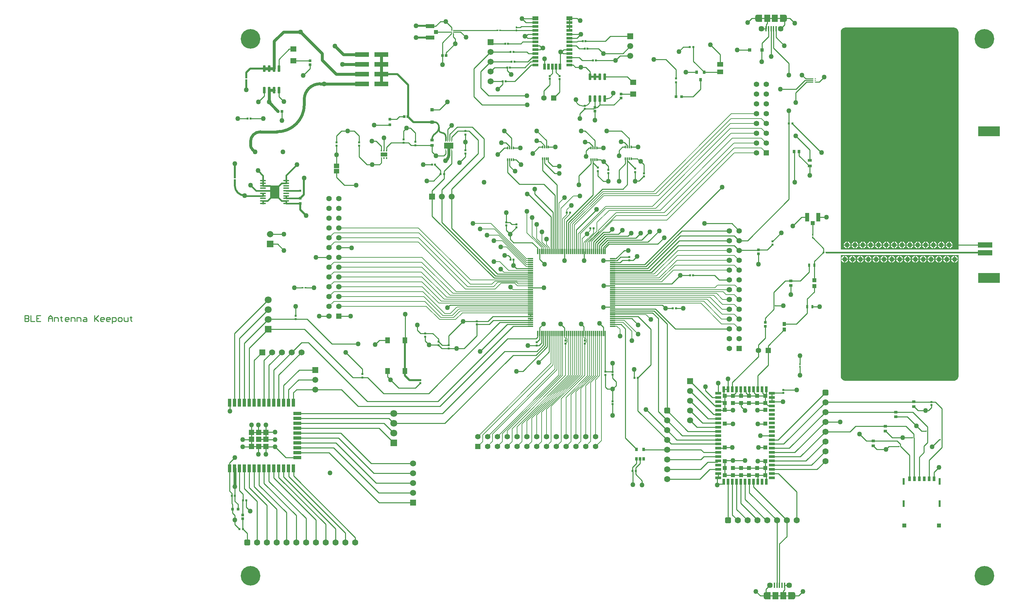
<source format=gbr>
%TF.GenerationSoftware,Altium Limited,Altium Designer,23.9.2 (47)*%
G04 Layer_Physical_Order=1*
G04 Layer_Color=255*
%FSLAX45Y45*%
%MOMM*%
%TF.SameCoordinates,7747E0AE-D8E6-467E-A507-EEFEC3D8B4F9*%
%TF.FilePolarity,Positive*%
%TF.FileFunction,Copper,L1,Top,Signal*%
%TF.Part,Single*%
G01*
G75*
%TA.AperFunction,Conductor*%
%ADD10C,0.50000*%
%ADD11C,0.25400*%
%ADD12C,0.76200*%
%ADD13C,0.50800*%
%ADD14C,0.38100*%
%TA.AperFunction,SMDPad,CuDef*%
%ADD15R,0.54000X0.58000*%
%ADD16R,0.55000X0.55000*%
G04:AMPARAMS|DCode=17|XSize=2.4mm|YSize=3.38mm|CornerRadius=0.048mm|HoleSize=0mm|Usage=FLASHONLY|Rotation=0.000|XOffset=0mm|YOffset=0mm|HoleType=Round|Shape=RoundedRectangle|*
%AMROUNDEDRECTD17*
21,1,2.40000,3.28400,0,0,0.0*
21,1,2.30400,3.38000,0,0,0.0*
1,1,0.09600,1.15200,-1.64200*
1,1,0.09600,-1.15200,-1.64200*
1,1,0.09600,-1.15200,1.64200*
1,1,0.09600,1.15200,1.64200*
%
%ADD17ROUNDEDRECTD17*%
G04:AMPARAMS|DCode=18|XSize=0.35mm|YSize=1.45mm|CornerRadius=0.05075mm|HoleSize=0mm|Usage=FLASHONLY|Rotation=90.000|XOffset=0mm|YOffset=0mm|HoleType=Round|Shape=RoundedRectangle|*
%AMROUNDEDRECTD18*
21,1,0.35000,1.34850,0,0,90.0*
21,1,0.24850,1.45000,0,0,90.0*
1,1,0.10150,0.67425,0.12425*
1,1,0.10150,0.67425,-0.12425*
1,1,0.10150,-0.67425,-0.12425*
1,1,0.10150,-0.67425,0.12425*
%
%ADD18ROUNDEDRECTD18*%
%ADD19R,1.50822X1.30606*%
%ADD20R,0.50000X0.60000*%
%ADD21R,1.00000X0.75000*%
%ADD22R,0.75814X0.81213*%
%ADD23R,1.03000X1.00000*%
%ADD24R,0.48000X1.80000*%
%ADD25R,0.65000X1.30000*%
%ADD26R,1.60000X1.40000*%
%ADD27R,1.30000X1.55000*%
%ADD28R,0.40000X1.35000*%
%ADD29R,1.50000X1.90000*%
%ADD30R,0.24000X0.32000*%
%ADD31R,0.42000X0.22000*%
%ADD32R,0.65000X0.90000*%
%ADD33R,0.90000X0.75000*%
%ADD34R,0.58000X0.54000*%
%ADD35R,0.50000X0.45000*%
%ADD36R,0.45000X0.50000*%
%ADD37R,0.60000X0.55000*%
G04:AMPARAMS|DCode=38|XSize=0.76mm|YSize=0.6604mm|CornerRadius=0.08255mm|HoleSize=0mm|Usage=FLASHONLY|Rotation=0.000|XOffset=0mm|YOffset=0mm|HoleType=Round|Shape=RoundedRectangle|*
%AMROUNDEDRECTD38*
21,1,0.76000,0.49530,0,0,0.0*
21,1,0.59490,0.66040,0,0,0.0*
1,1,0.16510,0.29745,-0.24765*
1,1,0.16510,-0.29745,-0.24765*
1,1,0.16510,-0.29745,0.24765*
1,1,0.16510,0.29745,0.24765*
%
%ADD38ROUNDEDRECTD38*%
%ADD39R,3.68000X1.27000*%
%ADD40R,0.80000X0.90000*%
%ADD41R,0.80000X0.80000*%
%ADD42R,0.90000X0.95000*%
%ADD43R,0.65000X0.65000*%
G04:AMPARAMS|DCode=44|XSize=0.55mm|YSize=0.5mm|CornerRadius=0.0625mm|HoleSize=0mm|Usage=FLASHONLY|Rotation=0.000|XOffset=0mm|YOffset=0mm|HoleType=Round|Shape=RoundedRectangle|*
%AMROUNDEDRECTD44*
21,1,0.55000,0.37500,0,0,0.0*
21,1,0.42500,0.50000,0,0,0.0*
1,1,0.12500,0.21250,-0.18750*
1,1,0.12500,-0.21250,-0.18750*
1,1,0.12500,-0.21250,0.18750*
1,1,0.12500,0.21250,0.18750*
%
%ADD44ROUNDEDRECTD44*%
%ADD45R,0.65000X0.65000*%
G04:AMPARAMS|DCode=46|XSize=0.55mm|YSize=0.5mm|CornerRadius=0.0625mm|HoleSize=0mm|Usage=FLASHONLY|Rotation=270.000|XOffset=0mm|YOffset=0mm|HoleType=Round|Shape=RoundedRectangle|*
%AMROUNDEDRECTD46*
21,1,0.55000,0.37500,0,0,270.0*
21,1,0.42500,0.50000,0,0,270.0*
1,1,0.12500,-0.18750,-0.21250*
1,1,0.12500,-0.18750,0.21250*
1,1,0.12500,0.18750,0.21250*
1,1,0.12500,0.18750,-0.21250*
%
%ADD46ROUNDEDRECTD46*%
G04:AMPARAMS|DCode=47|XSize=0.76mm|YSize=0.6604mm|CornerRadius=0.08255mm|HoleSize=0mm|Usage=FLASHONLY|Rotation=90.000|XOffset=0mm|YOffset=0mm|HoleType=Round|Shape=RoundedRectangle|*
%AMROUNDEDRECTD47*
21,1,0.76000,0.49530,0,0,90.0*
21,1,0.59490,0.66040,0,0,90.0*
1,1,0.16510,0.24765,0.29745*
1,1,0.16510,0.24765,-0.29745*
1,1,0.16510,-0.24765,-0.29745*
1,1,0.16510,-0.24765,0.29745*
%
%ADD47ROUNDEDRECTD47*%
%ADD48R,0.51535X0.47247*%
%ADD49R,0.47247X0.51535*%
G04:AMPARAMS|DCode=50|XSize=0.65mm|YSize=1.65mm|CornerRadius=0.04875mm|HoleSize=0mm|Usage=FLASHONLY|Rotation=180.000|XOffset=0mm|YOffset=0mm|HoleType=Round|Shape=RoundedRectangle|*
%AMROUNDEDRECTD50*
21,1,0.65000,1.55250,0,0,180.0*
21,1,0.55250,1.65000,0,0,180.0*
1,1,0.09750,-0.27625,0.77625*
1,1,0.09750,0.27625,0.77625*
1,1,0.09750,0.27625,-0.77625*
1,1,0.09750,-0.27625,-0.77625*
%
%ADD50ROUNDEDRECTD50*%
%TA.AperFunction,BGAPad,CuDef*%
%ADD51R,0.25000X0.25000*%
%TA.AperFunction,SMDPad,CuDef*%
%ADD52R,0.62500X0.85000*%
%ADD53R,1.05000X2.20000*%
%ADD54R,1.00000X1.05000*%
%ADD55R,3.70000X1.40000*%
%ADD56R,5.60000X2.60000*%
%ADD57R,0.96822X1.00650*%
%ADD58R,1.35620X1.15443*%
%ADD59R,1.70000X1.10000*%
%ADD60R,0.29247X0.55607*%
G04:AMPARAMS|DCode=61|XSize=0.55607mm|YSize=0.29247mm|CornerRadius=0.14624mm|HoleSize=0mm|Usage=FLASHONLY|Rotation=90.000|XOffset=0mm|YOffset=0mm|HoleType=Round|Shape=RoundedRectangle|*
%AMROUNDEDRECTD61*
21,1,0.55607,0.00000,0,0,90.0*
21,1,0.26360,0.29247,0,0,90.0*
1,1,0.29247,0.00000,0.13180*
1,1,0.29247,0.00000,-0.13180*
1,1,0.29247,0.00000,-0.13180*
1,1,0.29247,0.00000,0.13180*
%
%ADD61ROUNDEDRECTD61*%
%ADD62R,0.80000X0.80000*%
%ADD63R,0.35000X1.35000*%
%ADD64R,0.55000X0.50000*%
%ADD65R,0.30000X0.80000*%
%ADD66R,0.90000X2.00000*%
%ADD67R,2.00000X0.90000*%
%TA.AperFunction,BGAPad,CuDef*%
%ADD68R,1.33000X1.33000*%
%TA.AperFunction,SMDPad,CuDef*%
%ADD69R,0.95000X0.90000*%
%ADD70R,2.20000X1.05000*%
%ADD71R,1.05000X1.00000*%
%ADD72R,1.50000X0.70000*%
%ADD73R,1.50000X1.00000*%
%ADD74R,0.70000X1.50000*%
%TA.AperFunction,BGAPad,SMDef*%
%ADD75R,1.10000X1.10000*%
%TA.AperFunction,SMDPad,SMDef*%
%ADD76R,0.80000X1.50000*%
%ADD77R,1.50000X0.80000*%
%TA.AperFunction,SMDPad,CuDef*%
%ADD78R,0.50000X0.55000*%
%ADD79R,0.95000X0.80000*%
%ADD80R,1.35000X0.35000*%
%ADD81R,2.48000X1.65000*%
%ADD82R,0.24247X0.88102*%
G04:AMPARAMS|DCode=83|XSize=0.88102mm|YSize=0.24247mm|CornerRadius=0.12124mm|HoleSize=0mm|Usage=FLASHONLY|Rotation=90.000|XOffset=0mm|YOffset=0mm|HoleType=Round|Shape=RoundedRectangle|*
%AMROUNDEDRECTD83*
21,1,0.88102,0.00000,0,0,90.0*
21,1,0.63854,0.24247,0,0,90.0*
1,1,0.24247,0.00000,0.31927*
1,1,0.24247,0.00000,-0.31927*
1,1,0.24247,0.00000,-0.31927*
1,1,0.24247,0.00000,0.31927*
%
%ADD83ROUNDEDRECTD83*%
%TA.AperFunction,Conductor*%
%ADD84C,0.12700*%
%TA.AperFunction,NonConductor*%
%ADD85C,0.25400*%
%TA.AperFunction,ComponentPad*%
%ADD86C,1.57000*%
%ADD87R,1.57000X1.57000*%
%ADD88R,1.57000X1.57000*%
%ADD89C,1.45000*%
%ADD90C,1.60000*%
G04:AMPARAMS|DCode=91|XSize=1.6mm|YSize=1.6mm|CornerRadius=0.4mm|HoleSize=0mm|Usage=FLASHONLY|Rotation=0.000|XOffset=0mm|YOffset=0mm|HoleType=Round|Shape=RoundedRectangle|*
%AMROUNDEDRECTD91*
21,1,1.60000,0.80000,0,0,0.0*
21,1,0.80000,1.60000,0,0,0.0*
1,1,0.80000,0.40000,-0.40000*
1,1,0.80000,-0.40000,-0.40000*
1,1,0.80000,-0.40000,0.40000*
1,1,0.80000,0.40000,0.40000*
%
%ADD91ROUNDEDRECTD91*%
G04:AMPARAMS|DCode=92|XSize=1.6mm|YSize=1.6mm|CornerRadius=0.4mm|HoleSize=0mm|Usage=FLASHONLY|Rotation=270.000|XOffset=0mm|YOffset=0mm|HoleType=Round|Shape=RoundedRectangle|*
%AMROUNDEDRECTD92*
21,1,1.60000,0.80000,0,0,270.0*
21,1,0.80000,1.60000,0,0,270.0*
1,1,0.80000,-0.40000,-0.40000*
1,1,0.80000,-0.40000,0.40000*
1,1,0.80000,0.40000,0.40000*
1,1,0.80000,0.40000,-0.40000*
%
%ADD92ROUNDEDRECTD92*%
%TA.AperFunction,ViaPad*%
%ADD93C,5.08000*%
%TA.AperFunction,ComponentPad*%
%ADD94C,1.67000*%
%ADD95R,1.67000X1.67000*%
%ADD96R,1.40000X1.40000*%
%ADD97C,1.40000*%
%ADD98R,1.39000X1.39000*%
%ADD99R,1.38900X1.38900*%
%ADD100C,1.38900*%
%ADD101R,1.39000X1.39000*%
%ADD102R,1.80000X1.80000*%
%ADD103C,1.80000*%
%ADD104R,1.55000X1.55000*%
%ADD105C,1.55000*%
%ADD106R,1.55000X1.55000*%
%TA.AperFunction,ViaPad*%
%ADD107C,1.27000*%
%ADD108C,0.50000*%
%ADD109C,1.39000*%
G36*
X20342603Y2634699D02*
Y2724702D01*
X20292603D01*
X20292604Y2634699D01*
X20342603D01*
D02*
G37*
G36*
X20472601Y2584702D02*
Y2774702D01*
X20342603D01*
Y2584702D01*
X20472601D01*
D02*
G37*
G36*
X20932602Y2774702D02*
Y2584702D01*
X21062602D01*
Y2774702D01*
X20932602D01*
D02*
G37*
G36*
X21062604Y2724705D02*
Y2634702D01*
X21112602D01*
X21112601Y2724705D01*
X21062604D01*
D02*
G37*
G36*
X25336499Y8369299D02*
X25336501Y8358042D01*
X25332108Y8335959D01*
X25323492Y8315157D01*
X25310983Y8296436D01*
X25295062Y8280516D01*
X25276340Y8268007D01*
X25255539Y8259391D01*
X25233456Y8254999D01*
X25222198Y8255000D01*
X22415500D01*
X22402991Y8255000D01*
X22378455Y8259880D01*
X22355344Y8269454D01*
X22334541Y8283352D01*
X22316853Y8301042D01*
X22302954Y8321842D01*
X22293381Y8344955D01*
X22288499Y8369490D01*
X22288501Y8381999D01*
Y8381999D01*
X22288499Y11511699D01*
X25336501Y11511700D01*
X25336499Y8369299D01*
D02*
G37*
G36*
X20895100Y17603300D02*
X20845100D01*
Y17693303D01*
X20895097D01*
X20895100Y17603300D01*
D02*
G37*
G36*
X20125099Y17603297D02*
X20075102D01*
X20075101Y17693300D01*
X20125099D01*
Y17603297D01*
D02*
G37*
G36*
X20845100Y17553300D02*
X20715100D01*
Y17743300D01*
X20845100D01*
Y17553300D01*
D02*
G37*
G36*
X20255099D02*
X20125101D01*
Y17743300D01*
X20255099D01*
Y17553300D01*
D02*
G37*
G36*
X25246544Y17406819D02*
X25269656Y17397244D01*
X25290457Y17383347D01*
X25308147Y17365657D01*
X25322044Y17344856D01*
X25331618Y17321744D01*
X25336497Y17297208D01*
X25336497Y17284698D01*
X25336497Y17284698D01*
X25336501Y17284698D01*
X25336501Y11653100D01*
X22288499Y11653100D01*
X22288499Y17284700D01*
X22288499Y17297208D01*
X22293381Y17321744D01*
X22302954Y17344856D01*
X22316852Y17365656D01*
X22334541Y17383347D01*
X22355342Y17397244D01*
X22378455Y17406818D01*
X22402991Y17411697D01*
X22415498D01*
X22415498Y17411697D01*
X25209500Y17411699D01*
X25222008Y17411700D01*
X25246544Y17406819D01*
D02*
G37*
%LPC*%
G36*
X25247600Y11493233D02*
Y11417300D01*
X25323534D01*
X25317741Y11438914D01*
X25306038Y11459186D01*
X25289487Y11475738D01*
X25269214Y11487442D01*
X25247600Y11493233D01*
D02*
G37*
G36*
X25222200D02*
X25200586Y11487442D01*
X25180315Y11475738D01*
X25163762Y11459186D01*
X25152058Y11438914D01*
X25146268Y11417300D01*
X25222200D01*
Y11493233D01*
D02*
G37*
G36*
X25044400D02*
Y11417300D01*
X25120332D01*
X25114542Y11438914D01*
X25102838Y11459186D01*
X25086285Y11475738D01*
X25066014Y11487442D01*
X25044400Y11493233D01*
D02*
G37*
G36*
X25019000D02*
X24997386Y11487442D01*
X24977113Y11475738D01*
X24960562Y11459186D01*
X24948859Y11438914D01*
X24943066Y11417300D01*
X25019000D01*
Y11493233D01*
D02*
G37*
G36*
X24841200D02*
Y11417300D01*
X24917133D01*
X24911342Y11438914D01*
X24899638Y11459186D01*
X24883086Y11475738D01*
X24862814Y11487442D01*
X24841200Y11493233D01*
D02*
G37*
G36*
X24815800D02*
X24794186Y11487442D01*
X24773914Y11475738D01*
X24757362Y11459186D01*
X24745657Y11438914D01*
X24739867Y11417300D01*
X24815800D01*
Y11493233D01*
D02*
G37*
G36*
X24638000D02*
Y11417300D01*
X24713933D01*
X24708142Y11438914D01*
X24696439Y11459186D01*
X24679886Y11475738D01*
X24659615Y11487442D01*
X24638000Y11493233D01*
D02*
G37*
G36*
X24612601D02*
X24590987Y11487442D01*
X24570714Y11475738D01*
X24554163Y11459186D01*
X24542458Y11438914D01*
X24536667Y11417300D01*
X24612601D01*
Y11493233D01*
D02*
G37*
G36*
X24434801D02*
Y11417300D01*
X24510733D01*
X24504942Y11438914D01*
X24493237Y11459186D01*
X24476686Y11475738D01*
X24456413Y11487442D01*
X24434801Y11493233D01*
D02*
G37*
G36*
X24409399D02*
X24387785Y11487442D01*
X24367514Y11475738D01*
X24350961Y11459186D01*
X24339258Y11438914D01*
X24333467Y11417300D01*
X24409399D01*
Y11493233D01*
D02*
G37*
G36*
X24231599D02*
Y11417300D01*
X24307533D01*
X24301743Y11438914D01*
X24290038Y11459186D01*
X24273486Y11475738D01*
X24253214Y11487442D01*
X24231599Y11493233D01*
D02*
G37*
G36*
X24206200D02*
X24184586Y11487442D01*
X24164314Y11475738D01*
X24147762Y11459186D01*
X24136058Y11438914D01*
X24130267Y11417300D01*
X24206200D01*
Y11493233D01*
D02*
G37*
G36*
X24028400D02*
Y11417300D01*
X24104333D01*
X24098541Y11438914D01*
X24086838Y11459186D01*
X24070287Y11475738D01*
X24050014Y11487442D01*
X24028400Y11493233D01*
D02*
G37*
G36*
X24003000D02*
X23981386Y11487442D01*
X23961115Y11475738D01*
X23944562Y11459186D01*
X23932858Y11438914D01*
X23927068Y11417300D01*
X24003000D01*
Y11493233D01*
D02*
G37*
G36*
X23825200D02*
Y11417300D01*
X23901134D01*
X23895341Y11438914D01*
X23883638Y11459186D01*
X23867085Y11475738D01*
X23846814Y11487442D01*
X23825200Y11493233D01*
D02*
G37*
G36*
X23799800D02*
X23778186Y11487442D01*
X23757915Y11475738D01*
X23741362Y11459186D01*
X23729659Y11438914D01*
X23723866Y11417300D01*
X23799800D01*
Y11493233D01*
D02*
G37*
G36*
X23622000D02*
Y11417300D01*
X23697932D01*
X23692142Y11438914D01*
X23680438Y11459186D01*
X23663885Y11475738D01*
X23643614Y11487442D01*
X23622000Y11493233D01*
D02*
G37*
G36*
X23596600D02*
X23574986Y11487442D01*
X23554713Y11475738D01*
X23538162Y11459186D01*
X23526459Y11438914D01*
X23520667Y11417300D01*
X23596600D01*
Y11493233D01*
D02*
G37*
G36*
X23418800D02*
Y11417300D01*
X23494733D01*
X23488942Y11438914D01*
X23477238Y11459186D01*
X23460686Y11475738D01*
X23440414Y11487442D01*
X23418800Y11493233D01*
D02*
G37*
G36*
X23393401D02*
X23371786Y11487442D01*
X23351514Y11475738D01*
X23334962Y11459186D01*
X23323257Y11438914D01*
X23317467Y11417300D01*
X23393401D01*
Y11493233D01*
D02*
G37*
G36*
X23215601D02*
Y11417300D01*
X23291533D01*
X23285742Y11438914D01*
X23274039Y11459186D01*
X23257486Y11475738D01*
X23237215Y11487442D01*
X23215601Y11493233D01*
D02*
G37*
G36*
X23190199D02*
X23168587Y11487442D01*
X23148314Y11475738D01*
X23131763Y11459186D01*
X23120058Y11438914D01*
X23114267Y11417300D01*
X23190199D01*
Y11493233D01*
D02*
G37*
G36*
X23012399D02*
Y11417300D01*
X23088333D01*
X23082542Y11438914D01*
X23070837Y11459186D01*
X23054286Y11475738D01*
X23034013Y11487442D01*
X23012399Y11493233D01*
D02*
G37*
G36*
X22987000D02*
X22965385Y11487442D01*
X22945114Y11475738D01*
X22928561Y11459186D01*
X22916858Y11438914D01*
X22911067Y11417300D01*
X22987000D01*
Y11493233D01*
D02*
G37*
G36*
X22809200D02*
Y11417300D01*
X22885133D01*
X22879343Y11438914D01*
X22867638Y11459186D01*
X22851086Y11475738D01*
X22830814Y11487442D01*
X22809200Y11493233D01*
D02*
G37*
G36*
X22783800D02*
X22762186Y11487442D01*
X22741914Y11475738D01*
X22725362Y11459186D01*
X22713658Y11438914D01*
X22707867Y11417300D01*
X22783800D01*
Y11493233D01*
D02*
G37*
G36*
X22606000D02*
Y11417300D01*
X22681934D01*
X22676141Y11438914D01*
X22664438Y11459186D01*
X22647887Y11475738D01*
X22627614Y11487442D01*
X22606000Y11493233D01*
D02*
G37*
G36*
X22580600D02*
X22558986Y11487442D01*
X22538715Y11475738D01*
X22522162Y11459186D01*
X22510458Y11438914D01*
X22504668Y11417300D01*
X22580600D01*
Y11493233D01*
D02*
G37*
G36*
X22402800D02*
Y11417300D01*
X22478732D01*
X22472942Y11438914D01*
X22461238Y11459186D01*
X22444685Y11475738D01*
X22424414Y11487442D01*
X22402800Y11493233D01*
D02*
G37*
G36*
X22377400D02*
X22355786Y11487442D01*
X22335513Y11475738D01*
X22318962Y11459186D01*
X22307259Y11438914D01*
X22301466Y11417300D01*
X22377400D01*
Y11493233D01*
D02*
G37*
G36*
X25323534Y11391900D02*
X25247600D01*
Y11315967D01*
X25269214Y11321758D01*
X25289487Y11333462D01*
X25306038Y11350014D01*
X25317741Y11370286D01*
X25323534Y11391900D01*
D02*
G37*
G36*
X25222200D02*
X25146268D01*
X25152058Y11370286D01*
X25163762Y11350014D01*
X25180315Y11333462D01*
X25200586Y11321758D01*
X25222200Y11315967D01*
Y11391900D01*
D02*
G37*
G36*
X25120332D02*
X25044400D01*
Y11315967D01*
X25066014Y11321758D01*
X25086285Y11333462D01*
X25102838Y11350014D01*
X25114542Y11370286D01*
X25120332Y11391900D01*
D02*
G37*
G36*
X25019000D02*
X24943066D01*
X24948859Y11370286D01*
X24960562Y11350014D01*
X24977113Y11333462D01*
X24997386Y11321758D01*
X25019000Y11315967D01*
Y11391900D01*
D02*
G37*
G36*
X24917133D02*
X24841200D01*
Y11315967D01*
X24862814Y11321758D01*
X24883086Y11333462D01*
X24899638Y11350014D01*
X24911342Y11370286D01*
X24917133Y11391900D01*
D02*
G37*
G36*
X24815800D02*
X24739867D01*
X24745657Y11370286D01*
X24757362Y11350014D01*
X24773914Y11333462D01*
X24794186Y11321758D01*
X24815800Y11315967D01*
Y11391900D01*
D02*
G37*
G36*
X24713933D02*
X24638000D01*
Y11315967D01*
X24659615Y11321758D01*
X24679886Y11333462D01*
X24696439Y11350014D01*
X24708142Y11370286D01*
X24713933Y11391900D01*
D02*
G37*
G36*
X24612601D02*
X24536667D01*
X24542458Y11370286D01*
X24554163Y11350014D01*
X24570714Y11333462D01*
X24590987Y11321758D01*
X24612601Y11315967D01*
Y11391900D01*
D02*
G37*
G36*
X24510733D02*
X24434801D01*
Y11315967D01*
X24456413Y11321758D01*
X24476686Y11333462D01*
X24493237Y11350014D01*
X24504942Y11370286D01*
X24510733Y11391900D01*
D02*
G37*
G36*
X24409399D02*
X24333467D01*
X24339258Y11370286D01*
X24350961Y11350014D01*
X24367514Y11333462D01*
X24387785Y11321758D01*
X24409399Y11315967D01*
Y11391900D01*
D02*
G37*
G36*
X24307533D02*
X24231599D01*
Y11315967D01*
X24253214Y11321758D01*
X24273486Y11333462D01*
X24290038Y11350014D01*
X24301743Y11370286D01*
X24307533Y11391900D01*
D02*
G37*
G36*
X24206200D02*
X24130267D01*
X24136058Y11370286D01*
X24147762Y11350014D01*
X24164314Y11333462D01*
X24184586Y11321758D01*
X24206200Y11315967D01*
Y11391900D01*
D02*
G37*
G36*
X24104333D02*
X24028400D01*
Y11315967D01*
X24050014Y11321758D01*
X24070287Y11333462D01*
X24086838Y11350014D01*
X24098541Y11370286D01*
X24104333Y11391900D01*
D02*
G37*
G36*
X24003000D02*
X23927068D01*
X23932858Y11370286D01*
X23944562Y11350014D01*
X23961115Y11333462D01*
X23981386Y11321758D01*
X24003000Y11315967D01*
Y11391900D01*
D02*
G37*
G36*
X23901134D02*
X23825200D01*
Y11315967D01*
X23846814Y11321758D01*
X23867085Y11333462D01*
X23883638Y11350014D01*
X23895341Y11370286D01*
X23901134Y11391900D01*
D02*
G37*
G36*
X23799800D02*
X23723866D01*
X23729659Y11370286D01*
X23741362Y11350014D01*
X23757915Y11333462D01*
X23778186Y11321758D01*
X23799800Y11315967D01*
Y11391900D01*
D02*
G37*
G36*
X23697932D02*
X23622000D01*
Y11315967D01*
X23643614Y11321758D01*
X23663885Y11333462D01*
X23680438Y11350014D01*
X23692142Y11370286D01*
X23697932Y11391900D01*
D02*
G37*
G36*
X23596600D02*
X23520667D01*
X23526459Y11370286D01*
X23538162Y11350014D01*
X23554713Y11333462D01*
X23574986Y11321758D01*
X23596600Y11315967D01*
Y11391900D01*
D02*
G37*
G36*
X23494733D02*
X23418800D01*
Y11315967D01*
X23440414Y11321758D01*
X23460686Y11333462D01*
X23477238Y11350014D01*
X23488942Y11370286D01*
X23494733Y11391900D01*
D02*
G37*
G36*
X23393401D02*
X23317467D01*
X23323257Y11370286D01*
X23334962Y11350014D01*
X23351514Y11333462D01*
X23371786Y11321758D01*
X23393401Y11315967D01*
Y11391900D01*
D02*
G37*
G36*
X23291533D02*
X23215601D01*
Y11315967D01*
X23237215Y11321758D01*
X23257486Y11333462D01*
X23274039Y11350014D01*
X23285742Y11370286D01*
X23291533Y11391900D01*
D02*
G37*
G36*
X23190199D02*
X23114267D01*
X23120058Y11370286D01*
X23131763Y11350014D01*
X23148314Y11333462D01*
X23168587Y11321758D01*
X23190199Y11315967D01*
Y11391900D01*
D02*
G37*
G36*
X23088333D02*
X23012399D01*
Y11315967D01*
X23034013Y11321758D01*
X23054286Y11333462D01*
X23070837Y11350014D01*
X23082542Y11370286D01*
X23088333Y11391900D01*
D02*
G37*
G36*
X22987000D02*
X22911067D01*
X22916858Y11370286D01*
X22928561Y11350014D01*
X22945114Y11333462D01*
X22965385Y11321758D01*
X22987000Y11315967D01*
Y11391900D01*
D02*
G37*
G36*
X22885133D02*
X22809200D01*
Y11315967D01*
X22830814Y11321758D01*
X22851086Y11333462D01*
X22867638Y11350014D01*
X22879343Y11370286D01*
X22885133Y11391900D01*
D02*
G37*
G36*
X22783800D02*
X22707867D01*
X22713658Y11370286D01*
X22725362Y11350014D01*
X22741914Y11333462D01*
X22762186Y11321758D01*
X22783800Y11315967D01*
Y11391900D01*
D02*
G37*
G36*
X22681934D02*
X22606000D01*
Y11315967D01*
X22627614Y11321758D01*
X22647887Y11333462D01*
X22664438Y11350014D01*
X22676141Y11370286D01*
X22681934Y11391900D01*
D02*
G37*
G36*
X22580600D02*
X22504668D01*
X22510458Y11370286D01*
X22522162Y11350014D01*
X22538715Y11333462D01*
X22558986Y11321758D01*
X22580600Y11315967D01*
Y11391900D01*
D02*
G37*
G36*
X22478732D02*
X22402800D01*
Y11315967D01*
X22424414Y11321758D01*
X22444685Y11333462D01*
X22461238Y11350014D01*
X22472942Y11370286D01*
X22478732Y11391900D01*
D02*
G37*
G36*
X22377400D02*
X22301466D01*
X22307259Y11370286D01*
X22318962Y11350014D01*
X22335513Y11333462D01*
X22355786Y11321758D01*
X22377400Y11315967D01*
Y11391900D01*
D02*
G37*
G36*
X25107899Y11861533D02*
Y11785600D01*
X25183833D01*
X25178043Y11807214D01*
X25166338Y11827486D01*
X25149786Y11844038D01*
X25129514Y11855742D01*
X25107899Y11861533D01*
D02*
G37*
G36*
X25082500D02*
X25060886Y11855742D01*
X25040614Y11844038D01*
X25024062Y11827486D01*
X25012358Y11807214D01*
X25006567Y11785600D01*
X25082500D01*
Y11861533D01*
D02*
G37*
G36*
X24904700D02*
Y11785600D01*
X24980634D01*
X24974841Y11807214D01*
X24963138Y11827486D01*
X24946587Y11844038D01*
X24926314Y11855742D01*
X24904700Y11861533D01*
D02*
G37*
G36*
X24879300D02*
X24857686Y11855742D01*
X24837415Y11844038D01*
X24820862Y11827486D01*
X24809158Y11807214D01*
X24803368Y11785600D01*
X24879300D01*
Y11861533D01*
D02*
G37*
G36*
X24701500D02*
Y11785600D01*
X24777432D01*
X24771642Y11807214D01*
X24759938Y11827486D01*
X24743385Y11844038D01*
X24723114Y11855742D01*
X24701500Y11861533D01*
D02*
G37*
G36*
X24676100D02*
X24654486Y11855742D01*
X24634213Y11844038D01*
X24617662Y11827486D01*
X24605959Y11807214D01*
X24600166Y11785600D01*
X24676100D01*
Y11861533D01*
D02*
G37*
G36*
X24498300D02*
Y11785600D01*
X24574232D01*
X24568442Y11807214D01*
X24556738Y11827486D01*
X24540186Y11844038D01*
X24519914Y11855742D01*
X24498300Y11861533D01*
D02*
G37*
G36*
X24472900D02*
X24451286Y11855742D01*
X24431013Y11844038D01*
X24414462Y11827486D01*
X24402757Y11807214D01*
X24396967Y11785600D01*
X24472900D01*
Y11861533D01*
D02*
G37*
G36*
X24295100D02*
Y11785600D01*
X24371033D01*
X24365242Y11807214D01*
X24353539Y11827486D01*
X24336986Y11844038D01*
X24316714Y11855742D01*
X24295100Y11861533D01*
D02*
G37*
G36*
X24269701D02*
X24248087Y11855742D01*
X24227814Y11844038D01*
X24211263Y11827486D01*
X24199557Y11807214D01*
X24193767Y11785600D01*
X24269701D01*
Y11861533D01*
D02*
G37*
G36*
X24091901D02*
Y11785600D01*
X24167833D01*
X24162042Y11807214D01*
X24150339Y11827486D01*
X24133786Y11844038D01*
X24113515Y11855742D01*
X24091901Y11861533D01*
D02*
G37*
G36*
X24066499D02*
X24044885Y11855742D01*
X24024614Y11844038D01*
X24008063Y11827486D01*
X23996358Y11807214D01*
X23990567Y11785600D01*
X24066499D01*
Y11861533D01*
D02*
G37*
G36*
X23888699D02*
Y11785600D01*
X23964633D01*
X23958842Y11807214D01*
X23947137Y11827486D01*
X23930586Y11844038D01*
X23910313Y11855742D01*
X23888699Y11861533D01*
D02*
G37*
G36*
X23863300D02*
X23841685Y11855742D01*
X23821414Y11844038D01*
X23804861Y11827486D01*
X23793158Y11807214D01*
X23787367Y11785600D01*
X23863300D01*
Y11861533D01*
D02*
G37*
G36*
X23685500D02*
Y11785600D01*
X23761433D01*
X23755643Y11807214D01*
X23743938Y11827486D01*
X23727386Y11844038D01*
X23707114Y11855742D01*
X23685500Y11861533D01*
D02*
G37*
G36*
X23660100D02*
X23638486Y11855742D01*
X23618214Y11844038D01*
X23601662Y11827486D01*
X23589958Y11807214D01*
X23584167Y11785600D01*
X23660100D01*
Y11861533D01*
D02*
G37*
G36*
X23482300D02*
Y11785600D01*
X23558234D01*
X23552441Y11807214D01*
X23540738Y11827486D01*
X23524187Y11844038D01*
X23503914Y11855742D01*
X23482300Y11861533D01*
D02*
G37*
G36*
X23456900D02*
X23435286Y11855742D01*
X23415015Y11844038D01*
X23398462Y11827486D01*
X23386758Y11807214D01*
X23380968Y11785600D01*
X23456900D01*
Y11861533D01*
D02*
G37*
G36*
X23279100D02*
Y11785600D01*
X23355032D01*
X23349242Y11807214D01*
X23337538Y11827486D01*
X23320985Y11844038D01*
X23300714Y11855742D01*
X23279100Y11861533D01*
D02*
G37*
G36*
X23253700D02*
X23232086Y11855742D01*
X23211813Y11844038D01*
X23195262Y11827486D01*
X23183559Y11807214D01*
X23177766Y11785600D01*
X23253700D01*
Y11861533D01*
D02*
G37*
G36*
X23075900D02*
Y11785600D01*
X23151833D01*
X23146042Y11807214D01*
X23134338Y11827486D01*
X23117786Y11844038D01*
X23097514Y11855742D01*
X23075900Y11861533D01*
D02*
G37*
G36*
X23050500D02*
X23028886Y11855742D01*
X23008614Y11844038D01*
X22992062Y11827486D01*
X22980357Y11807214D01*
X22974567Y11785600D01*
X23050500D01*
Y11861533D01*
D02*
G37*
G36*
X22872701D02*
Y11785600D01*
X22948633D01*
X22942842Y11807214D01*
X22931139Y11827486D01*
X22914586Y11844038D01*
X22894315Y11855742D01*
X22872701Y11861533D01*
D02*
G37*
G36*
X22847301D02*
X22825687Y11855742D01*
X22805414Y11844038D01*
X22788863Y11827486D01*
X22777158Y11807214D01*
X22771367Y11785600D01*
X22847301D01*
Y11861533D01*
D02*
G37*
G36*
X22669501D02*
Y11785600D01*
X22745433D01*
X22739642Y11807214D01*
X22727937Y11827486D01*
X22711386Y11844038D01*
X22691113Y11855742D01*
X22669501Y11861533D01*
D02*
G37*
G36*
X22644099D02*
X22622485Y11855742D01*
X22602214Y11844038D01*
X22585661Y11827486D01*
X22573958Y11807214D01*
X22568167Y11785600D01*
X22644099D01*
Y11861533D01*
D02*
G37*
G36*
X22466299D02*
Y11785600D01*
X22542233D01*
X22536443Y11807214D01*
X22524738Y11827486D01*
X22508186Y11844038D01*
X22487914Y11855742D01*
X22466299Y11861533D01*
D02*
G37*
G36*
X22440900D02*
X22419286Y11855742D01*
X22399014Y11844038D01*
X22382462Y11827486D01*
X22370758Y11807214D01*
X22364967Y11785600D01*
X22440900D01*
Y11861533D01*
D02*
G37*
G36*
X25183833Y11760200D02*
X25107899D01*
Y11684267D01*
X25129514Y11690058D01*
X25149786Y11701762D01*
X25166338Y11718314D01*
X25178043Y11738586D01*
X25183833Y11760200D01*
D02*
G37*
G36*
X25082500D02*
X25006567D01*
X25012358Y11738586D01*
X25024062Y11718314D01*
X25040614Y11701762D01*
X25060886Y11690058D01*
X25082500Y11684267D01*
Y11760200D01*
D02*
G37*
G36*
X24980634D02*
X24904700D01*
Y11684267D01*
X24926314Y11690058D01*
X24946587Y11701762D01*
X24963138Y11718314D01*
X24974841Y11738586D01*
X24980634Y11760200D01*
D02*
G37*
G36*
X24879300D02*
X24803368D01*
X24809158Y11738586D01*
X24820862Y11718314D01*
X24837415Y11701762D01*
X24857686Y11690058D01*
X24879300Y11684267D01*
Y11760200D01*
D02*
G37*
G36*
X24777432D02*
X24701500D01*
Y11684267D01*
X24723114Y11690058D01*
X24743385Y11701762D01*
X24759938Y11718314D01*
X24771642Y11738586D01*
X24777432Y11760200D01*
D02*
G37*
G36*
X24676100D02*
X24600166D01*
X24605959Y11738586D01*
X24617662Y11718314D01*
X24634213Y11701762D01*
X24654486Y11690058D01*
X24676100Y11684267D01*
Y11760200D01*
D02*
G37*
G36*
X24574232D02*
X24498300D01*
Y11684267D01*
X24519914Y11690058D01*
X24540186Y11701762D01*
X24556738Y11718314D01*
X24568442Y11738586D01*
X24574232Y11760200D01*
D02*
G37*
G36*
X24472900D02*
X24396967D01*
X24402757Y11738586D01*
X24414462Y11718314D01*
X24431013Y11701762D01*
X24451286Y11690058D01*
X24472900Y11684267D01*
Y11760200D01*
D02*
G37*
G36*
X24371033D02*
X24295100D01*
Y11684267D01*
X24316714Y11690058D01*
X24336986Y11701762D01*
X24353539Y11718314D01*
X24365242Y11738586D01*
X24371033Y11760200D01*
D02*
G37*
G36*
X24269701D02*
X24193767D01*
X24199557Y11738586D01*
X24211263Y11718314D01*
X24227814Y11701762D01*
X24248087Y11690058D01*
X24269701Y11684267D01*
Y11760200D01*
D02*
G37*
G36*
X24167833D02*
X24091901D01*
Y11684267D01*
X24113515Y11690058D01*
X24133786Y11701762D01*
X24150339Y11718314D01*
X24162042Y11738586D01*
X24167833Y11760200D01*
D02*
G37*
G36*
X24066499D02*
X23990567D01*
X23996358Y11738586D01*
X24008063Y11718314D01*
X24024614Y11701762D01*
X24044885Y11690058D01*
X24066499Y11684267D01*
Y11760200D01*
D02*
G37*
G36*
X23964633D02*
X23888699D01*
Y11684267D01*
X23910313Y11690058D01*
X23930586Y11701762D01*
X23947137Y11718314D01*
X23958842Y11738586D01*
X23964633Y11760200D01*
D02*
G37*
G36*
X23863300D02*
X23787367D01*
X23793158Y11738586D01*
X23804861Y11718314D01*
X23821414Y11701762D01*
X23841685Y11690058D01*
X23863300Y11684267D01*
Y11760200D01*
D02*
G37*
G36*
X23761433D02*
X23685500D01*
Y11684267D01*
X23707114Y11690058D01*
X23727386Y11701762D01*
X23743938Y11718314D01*
X23755643Y11738586D01*
X23761433Y11760200D01*
D02*
G37*
G36*
X23660100D02*
X23584167D01*
X23589958Y11738586D01*
X23601662Y11718314D01*
X23618214Y11701762D01*
X23638486Y11690058D01*
X23660100Y11684267D01*
Y11760200D01*
D02*
G37*
G36*
X23558234D02*
X23482300D01*
Y11684267D01*
X23503914Y11690058D01*
X23524187Y11701762D01*
X23540738Y11718314D01*
X23552441Y11738586D01*
X23558234Y11760200D01*
D02*
G37*
G36*
X23456900D02*
X23380968D01*
X23386758Y11738586D01*
X23398462Y11718314D01*
X23415015Y11701762D01*
X23435286Y11690058D01*
X23456900Y11684267D01*
Y11760200D01*
D02*
G37*
G36*
X23355032D02*
X23279100D01*
Y11684267D01*
X23300714Y11690058D01*
X23320985Y11701762D01*
X23337538Y11718314D01*
X23349242Y11738586D01*
X23355032Y11760200D01*
D02*
G37*
G36*
X23253700D02*
X23177766D01*
X23183559Y11738586D01*
X23195262Y11718314D01*
X23211813Y11701762D01*
X23232086Y11690058D01*
X23253700Y11684267D01*
Y11760200D01*
D02*
G37*
G36*
X23151833D02*
X23075900D01*
Y11684267D01*
X23097514Y11690058D01*
X23117786Y11701762D01*
X23134338Y11718314D01*
X23146042Y11738586D01*
X23151833Y11760200D01*
D02*
G37*
G36*
X23050500D02*
X22974567D01*
X22980357Y11738586D01*
X22992062Y11718314D01*
X23008614Y11701762D01*
X23028886Y11690058D01*
X23050500Y11684267D01*
Y11760200D01*
D02*
G37*
G36*
X22948633D02*
X22872701D01*
Y11684267D01*
X22894315Y11690058D01*
X22914586Y11701762D01*
X22931139Y11718314D01*
X22942842Y11738586D01*
X22948633Y11760200D01*
D02*
G37*
G36*
X22847301D02*
X22771367D01*
X22777158Y11738586D01*
X22788863Y11718314D01*
X22805414Y11701762D01*
X22825687Y11690058D01*
X22847301Y11684267D01*
Y11760200D01*
D02*
G37*
G36*
X22745433D02*
X22669501D01*
Y11684267D01*
X22691113Y11690058D01*
X22711386Y11701762D01*
X22727937Y11718314D01*
X22739642Y11738586D01*
X22745433Y11760200D01*
D02*
G37*
G36*
X22644099D02*
X22568167D01*
X22573958Y11738586D01*
X22585661Y11718314D01*
X22602214Y11701762D01*
X22622485Y11690058D01*
X22644099Y11684267D01*
Y11760200D01*
D02*
G37*
G36*
X22542233D02*
X22466299D01*
Y11684267D01*
X22487914Y11690058D01*
X22508186Y11701762D01*
X22524738Y11718314D01*
X22536443Y11738586D01*
X22542233Y11760200D01*
D02*
G37*
G36*
X22440900D02*
X22364967D01*
X22370758Y11738586D01*
X22382462Y11718314D01*
X22399014Y11701762D01*
X22419286Y11690058D01*
X22440900Y11684267D01*
Y11760200D01*
D02*
G37*
%LPD*%
D10*
X20870100Y17603300D02*
G03*
X20835100Y17626213I-25000J0D01*
G01*
Y17580386D02*
G03*
X20870100Y17603300I10000J22913D01*
G01*
X20835100Y17626213D02*
G03*
X20835100Y17580386I10000J-22913D01*
G01*
X20366380Y2732422D02*
G03*
X20352603Y2747614I-23778J-7720D01*
G01*
D02*
G03*
X20352603Y2701789I-10001J-22912D01*
G01*
X20352603Y2701790D02*
G03*
X20362952Y2710180I-10001J22912D01*
G01*
X20367603Y2634702D02*
G03*
X20367603Y2634702I-25000J0D01*
G01*
X21087602Y2634702D02*
G03*
X21087602Y2634702I-25000J0D01*
G01*
X21077609Y2704708D02*
G03*
X21082596Y2709694I-15008J19994D01*
G01*
D02*
G03*
X21087222Y2720360I-19994J15008D01*
G01*
D02*
G03*
X21087579Y2723642I-24620J4342D01*
G01*
X21087579Y2723643D02*
G03*
X21087602Y2724700I-24978J1059D01*
G01*
X21085114Y2735575D02*
G03*
X21085112Y2735579I-22512J-10873D01*
G01*
X21087602Y2724702D02*
G03*
X21085114Y2735575I-25000J0D01*
G01*
X21077580Y2744718D02*
G03*
X21070915Y2748279I-14978J-20016D01*
G01*
X21083696Y2738120D02*
G03*
X21077580Y2744718I-21094J-13418D01*
G01*
X21085110Y2735580D02*
G03*
X21083696Y2738120I-22509J-10878D01*
G01*
X21053860Y2701281D02*
G03*
X21077609Y2704708I8742J23422D01*
G01*
X21047095Y2705093D02*
G03*
X21047099Y2705090I15507J19609D01*
G01*
X21047101Y2705089D02*
G03*
X21048161Y2704295I15502J19614D01*
G01*
X21052603Y2701789D02*
G03*
X21053860Y2701281I10000J22913D01*
G01*
X21048163Y2704294D02*
G03*
X21052602Y2701790I14439J20409D01*
G01*
X21042253Y2710180D02*
G03*
X21047095Y2705093I20349J14522D01*
G01*
X21047099Y2744316D02*
G03*
X21042253Y2710180I15502J-19614D01*
G01*
X21049097Y2745740D02*
G03*
X21047099Y2744316I13506J-21038D01*
G01*
X21052597Y2747613D02*
G03*
X21049097Y2745740I10005J-22911D01*
G01*
X21052615Y2747621D02*
G03*
X21052602Y2747615I9986J-22919D01*
G01*
X21054289Y2748279D02*
G03*
X21052615Y2747621I8313J-23577D01*
G01*
X21070914Y2748280D02*
G03*
X21054291Y2748280I-8312J-23578D01*
G01*
X20367220Y2720340D02*
G03*
X20367603Y2724702I-24616J4362D01*
G01*
X20367598Y2725140D02*
G03*
X20366893Y2730612I-24996J-438D01*
G01*
X20366891Y2730617D02*
G03*
X20366380Y2732420I-24290J-5915D01*
G01*
X20367603Y2724704D02*
G03*
X20367598Y2725138I-25000J-2D01*
G01*
X20362952Y2710180D02*
G03*
X20366380Y2716982I-20350J14522D01*
G01*
D02*
G03*
X20367220Y2720340I-23778J7720D01*
G01*
X20150101Y17693300D02*
G03*
X20150101Y17693300I-25000J0D01*
G01*
X20870100Y17693300D02*
G03*
X20870100Y17693300I-25000J0D01*
G01*
X20150101Y17603300D02*
G03*
X20135100Y17626213I-25000J0D01*
G01*
D02*
G03*
X20135100Y17580386I-10000J-22913D01*
G01*
D02*
G03*
X20150101Y17603300I-10000J22913D01*
G01*
D11*
X16252901Y15567101D02*
G03*
X16395700Y15709900I0J142800D01*
G01*
X15659100Y15379456D02*
G03*
X15798801Y15519156I0J139700D01*
G01*
X15430499Y15544800D02*
G03*
X15595844Y15379456I165344J0D01*
G01*
X12816400Y17335500D02*
G03*
X12814500Y17333600I0J-1900D01*
G01*
X26028900Y11572001D02*
G03*
X26018500Y11582400I-10399J0D01*
G01*
X20835100Y17626213D02*
Y17648300D01*
Y17580386D02*
Y17626213D01*
Y17478300D02*
Y17580386D01*
X16179800Y15567101D02*
X16252901D01*
X20352603Y2701790D02*
Y2747614D01*
Y2679700D02*
Y2701790D01*
Y2747614D02*
Y2849702D01*
X15595844Y15379456D02*
X15659100D01*
X7687700Y13254500D02*
X7693700D01*
X8391800Y13509900D02*
X8394700Y13512801D01*
X8293100Y12985899D02*
X8298080D01*
X7571700Y13254500D02*
X7577700D01*
X7571700Y13034500D02*
X7577700D01*
X24244299Y7086600D02*
X24384000Y6946900D01*
X24012199Y7318700D02*
X24244299Y7086600D01*
X18751901Y16253799D02*
X19158107D01*
X19164301Y16259991D01*
Y16455208D02*
Y16713200D01*
X18910300Y16967200D02*
X19164301Y16713200D01*
X21043100Y14917500D02*
X21787399Y14173199D01*
X21793201D01*
X21043100Y14917500D02*
Y14922501D01*
X21082800Y14198599D02*
X21088750Y14192650D01*
Y13404449D02*
Y14192650D01*
Y13404449D02*
X21094701Y13398500D01*
X21208199Y14087700D02*
X21475900Y13820000D01*
X21488400D01*
X21208199Y14087700D02*
Y14198599D01*
X21488400Y13970000D02*
Y14236700D01*
Y13576300D02*
Y13820000D01*
X21120100Y14605000D02*
X21488400Y14236700D01*
X20942300Y15252699D02*
X20942700Y15252299D01*
Y14922900D02*
X20943100Y14922501D01*
X19875500Y11887200D02*
X20943100Y12954800D01*
Y14922501D01*
X20942700Y14922900D02*
Y15252299D01*
X24701500Y5715000D02*
Y5880100D01*
X24828500Y6007100D01*
X24574500Y5715000D02*
Y6197600D01*
X24442400Y6395700D02*
Y6559852D01*
X24320500Y5715000D02*
Y6273800D01*
X24442400Y6395700D01*
X24188400Y5720100D02*
X24193500Y5715000D01*
X23837900Y6550600D02*
X24066499Y6322000D01*
Y5715000D02*
Y6322000D01*
X8547100Y16344901D02*
Y16447301D01*
X8369300Y16167101D02*
X8547100Y16344901D01*
X8118500Y16547301D02*
X8547100D01*
X8115300Y16550500D02*
X8118500Y16547301D01*
X8011300Y16850500D02*
X8115300D01*
X7747000Y16586200D02*
X8011300Y16850500D01*
X7747000Y16348000D02*
Y16586200D01*
X16906400Y15986900D02*
X16916400D01*
X16761200Y16132100D02*
X16906400Y15986900D01*
X16179800Y16132100D02*
X16761200D01*
X16598900Y15683701D02*
X16913200D01*
X16916400Y15686900D01*
X21729700Y16002000D02*
X21856700Y16128999D01*
X21629601Y16002000D02*
X21729700D01*
X19252007Y7712598D02*
X19287003Y7677602D01*
X19117000Y7712598D02*
X19252007D01*
X19494501Y6184900D02*
X19812000D01*
X19287003Y6167603D02*
X19304300Y6184900D01*
X19494501D01*
X7213600Y15481300D02*
X7366000Y15633701D01*
Y15783002D01*
X23134200Y6569400D02*
X23226601Y6477000D01*
X22952400Y6689400D02*
X23752499D01*
X22771100Y6870700D02*
X22952400Y6689400D01*
X23620300Y6781800D02*
X23888699D01*
X23451700Y6950400D02*
X23620300Y6781800D01*
X23444200Y6950400D02*
X23451700D01*
X23226601Y6477000D02*
X23456900D01*
X23533099Y6553200D01*
X23799902D01*
X23126700Y6569400D02*
X23134200D01*
X23837199Y6553900D02*
X23837900Y6553200D01*
X23837199Y6553900D02*
Y6604700D01*
X23837900Y6550600D02*
Y6553200D01*
X23752499Y6689400D02*
X23837199Y6604700D01*
X21896550Y7440450D02*
X23709151D01*
X23710899Y7438700D01*
X21894800Y7442200D02*
X21896550Y7440450D01*
X23714400Y7442200D02*
X24155400D01*
X23710899Y7438700D02*
X23714400Y7442200D01*
X23710899Y7318700D02*
X24012199D01*
X23888699Y6781800D02*
X24142700D01*
X22669501Y7073900D02*
X23977600D01*
X24180698Y6870802D01*
X22529800Y6934200D02*
X22669501Y7073900D01*
X24536298Y6946900D02*
Y7061302D01*
X24155400Y7442200D02*
X24536298Y7061302D01*
X21894800Y6934200D02*
X22529800D01*
X24180698Y6781800D02*
Y6870802D01*
Y6779200D02*
Y6781800D01*
Y6779200D02*
X24188400Y6771499D01*
Y5720100D02*
Y6771499D01*
X21899400Y7700800D02*
X24176199D01*
X21894800Y7696200D02*
X21899400Y7700800D01*
X24176199D02*
X24180800Y7705400D01*
X24187701Y7698499D01*
X24188300Y7585400D02*
X24293401Y7480300D01*
X24180800Y7585400D02*
X24188300D01*
X24293401Y7480300D02*
X24485600D01*
X24638000Y7556500D02*
Y7620000D01*
X24187701Y7698499D02*
X24637498D01*
X24638000Y7697000D02*
X24738800D01*
X16980800Y5828400D02*
Y5918200D01*
Y5828400D02*
X17145000Y5664200D01*
Y5549900D02*
Y5664200D01*
X16980800Y5918200D02*
Y5995300D01*
X17094200Y6108700D02*
Y6230000D01*
X16980800Y5995300D02*
X17094200Y6108700D01*
X16903250Y5563050D02*
X16903700Y5562600D01*
X16902800Y5918200D02*
X16903250Y5917750D01*
Y5563050D02*
Y5917750D01*
X16902800Y6008750D02*
X16999200Y6105150D01*
X16902800Y5918200D02*
Y6008750D01*
X16999200Y6105150D02*
Y6230000D01*
X9715500Y4064000D02*
Y4191000D01*
X8123322Y5783178D02*
X9715500Y4191000D01*
X7996322Y5770478D02*
X9461500Y4305300D01*
Y4064000D02*
Y4305300D01*
X7868702Y5758399D02*
X9207500Y4419600D01*
Y4064000D02*
Y4419600D01*
X7741702Y5745699D02*
X8953500Y4533900D01*
Y4064000D02*
Y4533900D01*
X8699500Y4064000D02*
Y4648200D01*
X7614702Y5732998D02*
X8699500Y4648200D01*
X8445500Y4064000D02*
Y4686300D01*
X7487702Y5644098D02*
X8445500Y4686300D01*
X7360702Y5593298D02*
X8191500Y4762500D01*
Y4064000D02*
Y4762500D01*
X7233702Y5542499D02*
X7937500Y4838700D01*
Y4064000D02*
Y4838700D01*
X7106702Y5504399D02*
X7683500Y4927600D01*
Y4064000D02*
Y4927600D01*
X20637550Y2949753D02*
Y4635449D01*
X20637500Y4635500D02*
X20637550Y4635449D01*
X20891499Y4216400D02*
Y4635500D01*
X21145500D02*
Y5372699D01*
X20675600Y5842599D02*
X21145500Y5372699D01*
X20032001Y5495000D02*
X20891499Y4635500D01*
X20032001Y5495000D02*
Y5637601D01*
X19922002Y5350998D02*
X20637500Y4635500D01*
X20358099D02*
X20383501D01*
X19812000Y5181600D02*
X20358099Y4635500D01*
X20129500D02*
Y4648200D01*
X19701997Y5075702D02*
X20129500Y4648200D01*
X19592000Y4919000D02*
X19875500Y4635500D01*
X19481998Y4775002D02*
X19621500Y4635500D01*
X19367500D02*
X19372002Y4640001D01*
X21675201Y5952602D02*
X21894800Y6172200D01*
X20507001Y5952602D02*
X21675201D01*
X21531200Y6062599D02*
X21894800Y6426200D01*
X20507001Y6062599D02*
X21531200D01*
X20507001Y6172601D02*
X21387201D01*
X21894800Y6680200D01*
X17792700Y6464300D02*
X18669000D01*
X17194901D02*
X17792700D01*
X18740698Y6392601D02*
X19117000D01*
X18669000Y6464300D02*
X18740698Y6392601D01*
X17792700Y5702300D02*
X18643600D01*
X18893903Y5952602D01*
X17792700Y5956300D02*
X18656300D01*
X18845300Y6145301D01*
X17792700Y6210300D02*
X18669000D01*
X18741299Y6282599D01*
X17792700Y7480300D02*
X18330399Y6942602D01*
X17792700Y7480300D02*
Y9728200D01*
X17189200Y6470000D02*
X17194901Y6464300D01*
X16713200Y6768500D02*
X16999200Y6482500D01*
Y6470000D02*
Y6482500D01*
X19024600Y10985500D02*
X19138901Y10871200D01*
X18757899Y12331700D02*
X19469299D01*
X19659801Y12141200D01*
X17209602Y11266002D02*
X19215100Y13271500D01*
X16378702Y11266002D02*
X17209602D01*
X17132300Y11899900D02*
X17348199Y12115800D01*
X17297400Y11849100D02*
X17589500Y12141200D01*
X16281400Y11849100D02*
X17297400D01*
X17547380Y11794280D02*
X17716499Y11963400D01*
X16290080Y11794280D02*
X17547380D01*
X16256000Y11899900D02*
X17132300D01*
X16091200Y11735100D02*
X16256000Y11899900D01*
X16091200Y11603502D02*
Y11735100D01*
X16141202Y11708902D02*
X16281400Y11849100D01*
X16141202Y11603502D02*
Y11708902D01*
X15442200Y12165599D02*
X15963901Y12687300D01*
Y12700000D01*
X15442200Y11604503D02*
Y12165599D01*
X15557500Y16383000D02*
X15684500D01*
X15417799D02*
X15557500D01*
X11787500Y13850700D02*
Y13855701D01*
X15441199Y11603502D02*
X15442200Y11604503D01*
X15241199Y12345599D02*
X16116299Y13220700D01*
X15241199Y11603502D02*
Y12345599D01*
X16116299Y13220700D02*
X16649699D01*
X15191202Y11603502D02*
Y12384502D01*
X15875401Y13068701D02*
Y13904701D01*
X15191202Y12384502D02*
X15875401Y13068701D01*
X10629900Y8280400D02*
X10845800Y8064500D01*
X10557302Y8352998D02*
X10629900Y8280400D01*
X16191200Y11695400D02*
X16290080Y11794280D01*
X16191200Y11603502D02*
Y11695400D01*
X12116202Y14770502D02*
X12217400Y14871700D01*
X12116202Y14492552D02*
Y14770502D01*
X16687801Y11633200D02*
X16789400D01*
X16470599Y11416000D02*
X16687801Y11633200D01*
X16378702Y11416000D02*
X16470599D01*
X8140700Y10668000D02*
X8356600D01*
X8431600D02*
X8648700D01*
X20835100Y17648300D02*
X20972400D01*
X21094701Y17525999D01*
X19875500Y17538699D02*
X19985100Y17648300D01*
X20135100D01*
X21196300Y2679700D02*
X21310600Y2794000D01*
X21052602Y2679700D02*
X21196300D01*
X20135100Y17648300D02*
X20385100D01*
X20802600Y2679700D02*
X21052602D01*
X20385100Y17648300D02*
X20585100D01*
X20352603Y2679700D02*
X20602600D01*
X20205701D02*
X20352603D01*
X20091400Y2794000D02*
X20205701Y2679700D01*
X20235100Y17378300D02*
X20355099D01*
X20615100Y17157906D02*
Y17378300D01*
X20613496Y17156303D02*
X20615100Y17157906D01*
X20548499Y16878403D02*
X20550101Y16880003D01*
Y17378300D01*
X20485100Y16662399D02*
X20485100Y16662399D01*
X20485100Y16662399D02*
Y17378300D01*
X20248900Y17007751D02*
X20420100Y17178951D01*
Y17378300D01*
X20352603Y2849702D02*
X20452603Y2949702D01*
X20358099Y17483900D02*
X20385100Y17510899D01*
X20355099Y17378300D02*
X20358099Y17381300D01*
X20385100Y17510899D02*
Y17648300D01*
X20358099Y17381300D02*
Y17483900D01*
X20735100Y17378300D02*
X20835100Y17478300D01*
X20585100Y17648300D02*
X20835100D01*
X15462717Y17651100D02*
X15524316Y17589500D01*
X15544800D01*
X15260899Y17651100D02*
X15462717D01*
X15260899Y17336099D02*
Y17436099D01*
Y17536099D01*
Y17651100D01*
X21234399Y8686200D02*
Y8902700D01*
Y8394700D02*
Y8611200D01*
X25095200Y11772900D02*
X26028000D01*
X26028900Y11772001D01*
X7518400Y12052300D02*
X7874000D01*
X7708900Y11798300D02*
X7874000Y11633200D01*
X7518400Y11798300D02*
X7708900D01*
X6852702Y5453598D02*
Y5982599D01*
Y5453598D02*
X7175500Y5130800D01*
Y4064000D02*
Y5130800D01*
X20702600Y2949702D02*
Y4027500D01*
X20891499Y4216400D01*
X20637550Y2949753D02*
X20637602Y2949702D01*
X19608800Y16827499D02*
X19933900D01*
X18097501Y16789400D02*
X18099593D01*
X18213893Y16903700D01*
X18377699D01*
X18275301Y16256000D02*
X18559700D01*
X18561301Y16254401D01*
X18751300D02*
X18751901Y16253799D01*
X18751300Y16254401D02*
Y16259399D01*
X18477699Y16533000D02*
Y16903700D01*
Y16533000D02*
X18751300Y16259399D01*
X18656300Y15811501D02*
Y16054401D01*
X18465800Y15621001D02*
X18656300Y15811501D01*
X18172501Y15621001D02*
X18465800D01*
X18021300Y15622200D02*
Y15987601D01*
Y15622200D02*
X18022501Y15621001D01*
X17457292Y16578708D02*
X17762093D01*
X18021300Y16319501D01*
Y16092599D02*
Y16319501D01*
X17449800Y16586200D02*
X17457292Y16578708D01*
X20613496Y17156303D02*
X20828000Y16941800D01*
X20548499Y16878403D02*
X20942300Y16484599D01*
Y16179800D02*
Y16484599D01*
X21120100Y15722600D02*
X21399500Y16002000D01*
X21120100Y15468600D02*
Y15722600D01*
X21399500Y16002000D02*
X21564600D01*
X21132800Y15811501D02*
X21363300Y16042000D01*
X20726401Y15811501D02*
X21132800D01*
X21363300Y16042000D02*
X21564600D01*
X19659801Y11887200D02*
X19875500D01*
X21383000Y16082001D02*
X21564600D01*
X21285201Y16179800D02*
X21383000Y16082001D01*
X20154900Y11277600D02*
Y11545900D01*
X20747400Y12090400D02*
X20751801D01*
X20525700Y11868700D02*
X20747400Y12090400D01*
X20523199Y11868700D02*
X20525700D01*
X21043900Y12268200D02*
X21272501Y12496800D01*
X21417102D01*
X20248900Y16827499D02*
Y17007751D01*
X20243800Y16522701D02*
Y16822400D01*
X20248900Y16827499D01*
X16764401Y13335400D02*
Y13953197D01*
X16649699Y13220700D02*
X16764401Y13335400D01*
X6680200Y15049500D02*
X6934444D01*
X7010156D02*
X7340600D01*
X7822800Y14999100D02*
X7823200Y14998700D01*
X7822400Y15239999D02*
X7822800Y15239600D01*
Y14999100D02*
Y15239600D01*
X10617200Y15035600D02*
X10793800D01*
X10858500Y15100301D02*
X10986300D01*
X10793800Y15035600D02*
X10858500Y15100301D01*
X10210800Y14884399D02*
X10616002D01*
X10617200Y14885599D01*
X15684500Y16383000D02*
X15798801Y16268700D01*
X15556400Y17235001D02*
X15557500Y17233900D01*
X11620500Y7924800D02*
X13461700Y9766000D01*
X9118600Y9207500D02*
X9791700D01*
X20387900Y11645900D02*
X20520700Y11778700D01*
X20154900Y11645900D02*
X20387900D01*
X20520700Y11778700D02*
X20523199D01*
X20148550Y11639550D02*
X20154900Y11645900D01*
X19666150Y11639550D02*
X20148550D01*
X19659801Y11633200D02*
X19666150Y11639550D01*
X18084801Y11760200D02*
X19532800D01*
X16378702Y11065998D02*
X17390598D01*
X18084801Y11760200D01*
X19532800D02*
X19659801Y11633200D01*
X24738800Y7697000D02*
X24904597Y7531202D01*
Y6731000D02*
Y7531202D01*
X24637498Y7698499D02*
X24638000Y7699000D01*
X24384000Y6946900D02*
X24498300D01*
X21894800Y7188200D02*
X22275800D01*
X21099200Y6392601D02*
X21894800Y7188200D01*
X10845800Y8064500D02*
X11278500D01*
X10557302Y8352998D02*
Y8505200D01*
X11278500Y8064500D02*
X11388300Y8174300D01*
X10236200Y9194800D02*
X10341600Y9300200D01*
X10557302D01*
X9474200Y8991600D02*
X9906000Y8559800D01*
Y8427000D02*
Y8559800D01*
X8178800Y9938300D02*
Y10185400D01*
X11007298Y9300200D02*
X11010900Y9303802D01*
Y9982200D01*
X11404600Y8188600D02*
Y8190600D01*
X11390300Y8174300D02*
X11404600Y8188600D01*
X11388300Y8174300D02*
X11390300D01*
X8477800Y9848300D02*
X9118600Y9207500D01*
X8178800Y9848300D02*
X8477800D01*
X7473400D02*
X8178800D01*
X13806200Y9666000D02*
X14253699D01*
X11861800Y7721600D02*
X13806200Y9666000D01*
X10033000Y7721600D02*
X11861800D01*
X6852702Y9227602D02*
X7473400Y9848300D01*
X13461700Y9766000D02*
X14253699D01*
X7467600Y9588500D02*
X8407400D01*
X9658900Y8337000D02*
X9906000D01*
X8407400Y9588500D02*
X9658900Y8337000D01*
X10039900D02*
X10452100Y7924800D01*
X9906000Y8337000D02*
X10039900D01*
X10452100Y7924800D02*
X11620500D01*
X8331200Y9245600D02*
X8509000D01*
X10033000Y7721600D01*
X9296600Y9931400D02*
X9601200D01*
X8077200Y8991600D02*
X8331200Y9245600D01*
X8686800Y8026400D02*
X9359900D01*
X8267700Y8534400D02*
X8686800D01*
X8255000Y8280400D02*
X8686800D01*
X8204200Y8026400D02*
X8686800D01*
X13893800Y8496300D02*
X14058900D01*
X14691203Y9128603D01*
X10718798Y7404100D02*
X11976100D01*
X12039600Y7150100D02*
X13804900Y8915400D01*
X10718798Y7150100D02*
X12039600D01*
X10591798Y7277100D02*
X10718798Y7150100D01*
X13804900Y8915400D02*
X14401801D01*
X11912600Y7594600D02*
X13665199Y9347200D01*
X9359900Y8026400D02*
X9791700Y7594600D01*
X11912600D01*
X8222701Y6515100D02*
X9160316D01*
X10328716Y5346700D01*
X11214100D01*
X8222701Y6642100D02*
X9223816D01*
X10265216Y5600700D01*
X11214100D01*
X8222701Y6769100D02*
X9287316D01*
X10201716Y5854700D01*
X11214100D01*
X8222701Y6896100D02*
X9350816D01*
X10138216Y6108700D01*
X11214100D01*
X8222701Y6388100D02*
X9042400D01*
X10337800Y5092700D02*
X11214100D01*
X9042400Y6388100D02*
X10337800Y5092700D01*
X8222701Y7023100D02*
X10337798D01*
X10718798Y6642100D01*
X8222701Y7150100D02*
X10464798D01*
X10718798Y6896100D01*
X8222701Y7277100D02*
X10591798D01*
X8222701Y7404100D02*
X10718798D01*
X16375703Y10163000D02*
X16378702Y10165999D01*
X16144701Y10163000D02*
X16375703D01*
X16141701Y10160000D02*
X16144701Y10163000D01*
X16377303Y10717400D02*
X16378702Y10716001D01*
X16155800Y10717400D02*
X16377303D01*
X16154401Y10718800D02*
X16155800Y10717400D01*
X15139799Y11602103D02*
X15141199Y11603502D01*
X15139799Y11367900D02*
Y11602103D01*
X15138400Y11366500D02*
X15139799Y11367900D01*
X15641199Y11603502D02*
X15643799Y11600901D01*
Y11369101D02*
Y11600901D01*
Y11369101D02*
X15646400Y11366500D01*
X12076900Y16687801D02*
Y16763200D01*
X12306300Y16992599D01*
Y17112396D01*
X11976900Y16687801D02*
Y17016901D01*
X11976500Y16687399D02*
X11976900Y16687801D01*
X11976500Y16446899D02*
Y16687399D01*
X11976100Y16446500D02*
X11976500Y16446899D01*
X11976900Y17016901D02*
X12215500Y17255499D01*
X6814100Y4404400D02*
Y4406900D01*
Y4404400D02*
X6921500Y4297000D01*
Y4064000D02*
Y4297000D01*
X6807200Y4413800D02*
X6814100Y4406900D01*
X6807200Y4413800D02*
Y4674400D01*
X6724100Y4406900D02*
Y4409400D01*
X6604000Y4529500D02*
X6724100Y4409400D01*
X6604000Y4529500D02*
Y4648200D01*
X21472952Y11071652D02*
Y11252200D01*
X20993100Y10842300D02*
X21243600D01*
X21472952Y11071652D01*
X20849899Y10842300D02*
X20993100D01*
X20802600Y8014600D02*
X20803050Y8014150D01*
X21145050D01*
X21145500Y8013700D01*
X20510002Y7935600D02*
X20801601D01*
X20802600Y7936600D01*
X12255500Y17163196D02*
Y17255499D01*
Y17163196D02*
X12306300Y17112396D01*
X11658498Y17444897D02*
X11806098D01*
X11925300Y17564101D02*
X12065000D01*
X11806098Y17444897D02*
X11925300Y17564101D01*
X12065000D02*
X12215500Y17413600D01*
Y17335500D02*
Y17413600D01*
X15925800Y15011400D02*
Y15240800D01*
X15798801Y15519156D02*
Y15567101D01*
X12257400Y17333600D02*
X12814500D01*
X12816400Y17335500D02*
X13398500D01*
X12141200Y14209448D02*
X12166200D01*
X12116202D02*
X12141200D01*
X12255500Y17295500D02*
X12447900D01*
X12585700Y17157700D01*
X11812900Y17295500D02*
X12215500D01*
X11811000Y17297400D02*
X11812900Y17295500D01*
X12255500Y17335500D02*
X12257400Y17333600D01*
X16420300Y15405099D02*
X16598900Y15583701D01*
X16052800Y15405099D02*
X16420300D01*
X15659100Y15303745D02*
X15888744D01*
X15925800Y15340800D01*
X15988499D02*
X16052800Y15405099D01*
Y15567101D01*
X15925800Y15340800D02*
X15988499D01*
X15925800D02*
Y15567101D01*
X15659100Y15301601D02*
Y15303745D01*
X15532100Y15174600D02*
X15659100Y15301601D01*
X15532100Y15049500D02*
Y15174600D01*
X15671800Y14732001D02*
X15925398Y14478401D01*
X15570200Y14732001D02*
X15671800D01*
X15925398Y14290102D02*
Y14478401D01*
X16230600Y14732001D02*
X16611600D01*
X16814400Y14529201D01*
X14668098Y14315501D02*
Y14478401D01*
X14414500Y14732001D02*
X14668098Y14478401D01*
X13766399Y14290102D02*
Y14541901D01*
X13576300Y14732001D02*
X13766399Y14541901D01*
X13500101Y14427200D02*
X13620221D01*
X13714101Y14333321D01*
Y14292401D02*
X13716402Y14290102D01*
X13714101Y14292401D02*
Y14333321D01*
X11711899Y15278101D02*
X11899900D01*
X12103100Y15481300D01*
X11709400Y15275601D02*
X11711899Y15278101D01*
X13004800Y15405099D02*
X14173199D01*
X12788900Y15621001D02*
X13004800Y15405099D01*
X13169901Y15646400D02*
X14160500D01*
X12966701Y15849600D02*
Y16268700D01*
Y15849600D02*
X13169901Y15646400D01*
X13538200Y15938499D02*
Y16014700D01*
X13411200Y15811501D02*
X13538200Y15938499D01*
X13220700Y16014700D02*
X13538200D01*
X15798801Y16132100D02*
Y16268700D01*
X14184193Y17136099D02*
X14380901D01*
X14137193Y17183099D02*
X14184193Y17136099D01*
X14109700Y17183099D02*
X14137193D01*
X14190192Y17236099D02*
X14380901D01*
X14137193Y17183099D02*
X14190192Y17236099D01*
X14137701Y17536099D02*
X14380901D01*
X14033501Y17640300D02*
X14137701Y17536099D01*
X14370100Y17640300D02*
X14380901Y17651100D01*
X14033501Y17640300D02*
X14370100D01*
X6604450Y5270950D02*
Y5511350D01*
X6604000Y5511800D02*
X6604450Y5511350D01*
Y5270950D02*
X6604900Y5270500D01*
Y5129900D02*
Y5270500D01*
X6604000Y4648200D02*
Y4762200D01*
X6903000Y4971500D02*
Y5156200D01*
Y4971500D02*
X6997700Y4876800D01*
X6686700Y4927600D02*
Y5048100D01*
X6604900Y5129900D02*
X6686700Y5048100D01*
X6546700Y4927600D02*
Y5048400D01*
Y4819500D02*
X6604000Y4762200D01*
X6546700Y4819500D02*
Y4927600D01*
X6810100Y5153300D02*
X6813000Y5156200D01*
X6810100Y4777300D02*
Y5153300D01*
X6807200Y4774400D02*
X6810100Y4777300D01*
X6813000Y5156200D02*
Y5315500D01*
X6724100Y5404400D02*
X6813000Y5315500D01*
X6724100Y5404400D02*
Y5980998D01*
X6526900Y5270500D02*
Y5334900D01*
Y5068200D02*
Y5270500D01*
Y5068200D02*
X6546700Y5048400D01*
X6471702Y5390099D02*
Y5982599D01*
Y5390099D02*
X6526900Y5334900D01*
X6979702Y5478999D02*
X7429500Y5029200D01*
X6979702Y5478999D02*
Y5982599D01*
X7429500Y4064000D02*
Y5029200D01*
X7106702Y5504399D02*
Y5982599D01*
X7233702Y5542499D02*
Y5982599D01*
X7360702Y5593298D02*
Y5982599D01*
X7487702Y5644098D02*
Y5982599D01*
X7614702Y5732998D02*
Y5982599D01*
X7741702Y5745699D02*
Y5982599D01*
X7868702Y5758399D02*
Y5982599D01*
X7996322Y5770478D02*
Y5981979D01*
X8123322Y5783178D02*
Y5981979D01*
X9232900Y13525500D02*
Y13686510D01*
X9436100Y13322301D02*
X9740900D01*
X9232900Y13525500D02*
X9436100Y13322301D01*
X9232900Y13821689D02*
Y14109700D01*
Y14350101D01*
X9525000Y14732001D02*
X9690100D01*
X9359900D02*
X9525000D01*
X9817100Y14434100D02*
Y14605000D01*
X9690100Y14732001D02*
X9817100Y14605000D01*
X9232900Y14430099D02*
Y14605000D01*
X9359900Y14732001D01*
X10020300Y13855701D02*
X10160000D01*
X9817100Y14058900D02*
X10020300Y13855701D01*
X9817100Y14058900D02*
Y14344099D01*
X10160000Y13855701D02*
X10350500D01*
X10399801Y13905000D02*
Y14024596D01*
X10350500Y13855701D02*
X10399801Y13905000D01*
X11277600Y14446800D02*
Y14681200D01*
X11708299Y14356799D02*
X11709400Y14355699D01*
X11277600Y14356799D02*
X11708299D01*
X11170200D02*
X11277600D01*
X11100700Y14426300D02*
X11170200Y14356799D01*
X10972800Y14426300D02*
X11100700D01*
X11480800Y13855701D02*
X11707500D01*
X7873600Y15493600D02*
X7874000Y15494000D01*
X7747000Y15621001D02*
X7874000Y15494000D01*
X7747000Y15621001D02*
Y15783002D01*
X16459200Y16560800D02*
X16573500Y16675101D01*
X15950002Y16560800D02*
X16459200D01*
X16573500Y16675101D02*
X16840199D01*
X12141200Y9170300D02*
Y9423400D01*
X12509950Y9792150D01*
X11410400Y9481100D02*
X11531600D01*
X11328400Y9563100D02*
X11410400Y9481100D01*
X11328400Y9563100D02*
Y9702800D01*
X11531600Y9481100D02*
X11727900D01*
X11874500Y9265200D02*
Y9334500D01*
X11727900Y9481100D02*
X11874500Y9334500D01*
Y9265200D02*
X11877000D01*
X11531600Y9283700D02*
Y9391102D01*
Y9283700D02*
X11633200Y9182100D01*
X11871051Y9178651D02*
X11874500Y9175202D01*
X11636649Y9178651D02*
X11871051D01*
X11633200Y9182100D02*
X11636649Y9178651D01*
X11971900Y9170300D02*
X12141200D01*
X11877000Y9265200D02*
X11971900Y9170300D01*
X11959901Y9092302D02*
X12141200D01*
X11877000Y9175202D02*
X11959901Y9092302D01*
X11874500Y9175202D02*
X11877000D01*
X12141200Y9092302D02*
X12141649Y9092751D01*
X12343951D01*
X12344400Y9093200D01*
X12534900D01*
X12865100Y9423400D02*
Y9714602D01*
X12534900Y9093200D02*
X12865100Y9423400D01*
X12864650Y9792150D02*
X12865100Y9792600D01*
X12509950Y9792150D02*
X12864650D01*
X8788400Y9931400D02*
X9042600D01*
X14300200Y11836400D02*
X14441200Y11695400D01*
X13728700Y11925300D02*
X13817599Y11836400D01*
X14300200D01*
X13589000Y11506200D02*
X13677901D01*
X13740501Y11443598D01*
Y11391900D02*
Y11443598D01*
X13818050Y11391450D02*
X13818500Y11391900D01*
X13818050Y11239950D02*
Y11391450D01*
X13817599Y11239500D02*
X13818050Y11239950D01*
X17786349Y6972300D02*
X17792700D01*
X17252950Y7505700D02*
X17786349Y6972300D01*
X17246600Y7505700D02*
X17252950D01*
X17037601Y8331200D02*
X17373599Y8667200D01*
Y9588500D01*
X17037601Y7473400D02*
Y8331200D01*
X16944701Y8334100D02*
X16947600Y8331200D01*
X16944701Y8334100D02*
Y8544200D01*
X16941800Y8547100D02*
X16944701Y8544200D01*
X16383000Y7353300D02*
Y7645644D01*
Y7721356D02*
Y8039100D01*
X21554648Y10172700D02*
X21742400D01*
X20592999Y10198100D02*
X20802600D01*
X20993100Y10490200D02*
Y10722300D01*
X21712099Y12496800D02*
X21920200D01*
X21844598Y11582400D02*
Y11684001D01*
X21564600Y11961500D02*
Y11964000D01*
Y11961500D02*
X21574400Y11951700D01*
X21576900D01*
X21844598Y11684001D01*
X21605447Y11252200D02*
Y11345749D01*
X21842099Y11582400D01*
X21564600Y12039001D02*
Y12344298D01*
X21605447Y10860049D02*
Y11252200D01*
X21422153Y10172700D02*
Y10373152D01*
X21602699Y10553700D02*
Y10707299D01*
X21422153Y10373152D02*
X21602699Y10553700D01*
X21422153Y10004852D02*
Y10172700D01*
X21602699Y10857301D02*
X21605447Y10860049D01*
X21141885Y9724586D02*
X21422153Y10004852D01*
X20828000Y9724586D02*
X21141885D01*
X20408897Y9042400D02*
Y9158399D01*
X20828000Y9577500D01*
Y9579414D01*
X20142001Y8390401D02*
X20408897Y8657298D01*
X20142001Y8027599D02*
Y8390401D01*
X20408897Y8657298D02*
Y9042400D01*
X20154898D02*
Y9182098D01*
Y8877298D02*
Y9042400D01*
X19481998Y8204398D02*
X20154898Y8877298D01*
X19481998Y8027599D02*
Y8204398D01*
X20332700Y9359900D02*
Y9665500D01*
X20154898Y9182098D02*
X20332700Y9359900D01*
Y9765500D02*
Y9880600D01*
X20555002Y10102902D01*
Y10198100D01*
Y10547402D01*
X20849899Y10842300D01*
X7614702Y8529102D02*
X8077200Y8991600D01*
X12865100Y9714602D02*
X13194402D01*
X12865100Y9792600D02*
X13158099D01*
X13281503Y9916003D02*
X14253699D01*
X13158099Y9792600D02*
X13281503Y9916003D01*
X13295798Y9815998D02*
X14253699D01*
X13194402Y9714602D02*
X13295798Y9815998D01*
X11976100Y7404100D02*
X13589000Y9017000D01*
X14427200D02*
X14591199Y9180998D01*
X13589000Y9017000D02*
X14427200D01*
X12103100Y10147300D02*
X12171802Y10216002D01*
X14253699D01*
X12953999Y9017000D02*
X13652998Y9715998D01*
X14253699D01*
Y9916003D02*
Y9966000D01*
X13665199Y9347200D02*
X14401801D01*
X14741200Y9000800D02*
Y9478498D01*
X14465300Y8724900D02*
X14741200Y9000800D01*
X14401801Y8915400D02*
X14641200Y9154800D01*
X10147300Y14465300D02*
X10261600D01*
X10399801Y14327100D01*
Y14220206D02*
Y14327100D01*
X10464800Y14220206D02*
Y14554201D01*
X10529799Y14220206D02*
Y14301698D01*
X10654400Y14426300D02*
X10972800D01*
X10529799Y14301698D02*
X10654400Y14426300D01*
X11049000Y14808200D02*
X11150600D01*
X11277600Y14681200D01*
X10972800Y14504298D02*
Y14732001D01*
X11049000Y14808200D01*
X11931101Y13611900D02*
Y13614400D01*
X11918801Y13599600D02*
X11931101Y13611900D01*
X11916301Y13599600D02*
X11918801D01*
X11753301Y13436600D02*
X11916301Y13599600D01*
X11569700Y13436600D02*
X11753301D01*
X11787500Y13850700D02*
X11931101Y13707098D01*
Y13614400D02*
Y13707098D01*
X12573000Y14058900D02*
Y14145900D01*
X12420600Y13906500D02*
X12573000Y14058900D01*
Y14439900D02*
Y14636201D01*
Y14225900D02*
Y14439900D01*
X11963400Y13030200D02*
Y13208000D01*
X12903200Y14147800D02*
Y14490700D01*
X11963400Y13208000D02*
X12903200Y14147800D01*
X12217400Y13030200D02*
Y13220700D01*
X13055600Y14058900D02*
Y14528799D01*
X12217400Y13220700D02*
X13055600Y14058900D01*
X12667701Y14726199D02*
X12903200Y14490700D01*
X12750800Y14833600D02*
X13055600Y14528799D01*
X11709400Y12522200D02*
Y13030200D01*
X11963400Y12357100D02*
Y13030200D01*
X12217400Y12204700D02*
Y13030200D01*
X12216202Y13879903D02*
Y14209448D01*
X12021099Y13614400D02*
Y13684799D01*
X12216202Y13879903D01*
X12021099Y13494299D02*
Y13614400D01*
X11709400Y13182600D02*
X12021099Y13494299D01*
X11709400Y13030200D02*
Y13182600D01*
X12216202Y14492552D02*
Y14565701D01*
X12376699Y14726199D02*
X12573000D01*
X12216202Y14565701D02*
X12376699Y14726199D01*
X12166776Y14643275D02*
X12357100Y14833600D01*
X12750800D01*
X12166776Y14493129D02*
Y14643275D01*
X11709400Y12522200D02*
X13315599Y10916001D01*
X14253699Y10665998D02*
X14254698Y10666999D01*
X14603999D01*
X14605000Y10668000D01*
X9296600Y11709400D02*
X9302950Y11703050D01*
X9620250D01*
X9626600Y11696700D01*
X8699500Y11455400D02*
X9042600D01*
X18022198Y10134600D02*
X18211800D01*
X17754601D02*
X17944200D01*
X16378702Y10216002D02*
X17673198D01*
X17754601Y10134600D01*
X19138901Y10871200D02*
X19405800D01*
X18466698Y10985500D02*
X19024600D01*
X18135600D02*
X18388699D01*
X17916098Y10765998D02*
X18135600Y10985500D01*
X16378702Y10765998D02*
X17916098D01*
X16378702Y10116002D02*
X17493797D01*
X18008600Y9601200D02*
X19405800D01*
X17493797Y10116002D02*
X18008600Y9601200D01*
X16378702Y11116000D02*
X17339000D01*
X18110201Y11887200D02*
X19405800D01*
X17339000Y11116000D02*
X18110201Y11887200D01*
X16378702Y11166003D02*
X17287402D01*
X18135600Y12014200D02*
X19532800D01*
X17287402Y11166003D02*
X18135600Y12014200D01*
X16378702Y11216000D02*
X17248500D01*
X18173700Y12141200D02*
X19405800D01*
X17248500Y11216000D02*
X18173700Y12141200D01*
X19532800Y12014200D02*
X19659801Y11887200D01*
X16378702Y9715998D02*
X16598402D01*
X16713200Y6768500D02*
Y9601200D01*
X16598402Y9715998D02*
X16713200Y9601200D01*
X17415997Y10016002D02*
X17564101Y9867900D01*
Y7454900D02*
X17792700Y7226300D01*
X17564101Y7454900D02*
Y9867900D01*
X16378702Y10016002D02*
X17415997D01*
X16378702Y10066000D02*
X17454901D01*
X17792700Y9728200D01*
Y7226300D02*
X18186400Y6832600D01*
X16378702Y9866000D02*
X16880200D01*
X17043401Y9702800D01*
X16378702Y9916003D02*
X17046097D01*
X17373599Y9588500D01*
X17037601Y7473400D02*
X17792700Y6718300D01*
X17898399Y6612600D01*
X18042403Y6722598D02*
X19117000D01*
X17792700Y6972300D02*
X18042403Y6722598D01*
X18186400Y6832600D02*
X19117000D01*
X18330399Y6942602D02*
X19117000D01*
X17898399Y6612600D02*
X19117000D01*
X16243300Y8039100D02*
X16383000D01*
X16192500Y8089900D02*
X16243300Y8039100D01*
X16383000D02*
X16471899Y8128000D01*
Y8229600D01*
X16383000Y8483356D02*
Y8712200D01*
X13817599Y11239500D02*
X13892448Y11164651D01*
X13728700Y11925300D02*
Y12052300D01*
X13627100Y12153900D02*
X13728700Y12052300D01*
X15512833Y13569733D02*
X15825398Y13882298D01*
X15512833Y13328433D02*
Y13569733D01*
X16548100Y13423900D02*
Y13716000D01*
X16713200Y13881100D01*
X14891202Y11603502D02*
Y13061497D01*
X13970000Y13347701D02*
X14605000D01*
X14891202Y13061497D01*
X14363699Y13093700D02*
X14841200Y12616200D01*
Y11603502D02*
Y12616200D01*
X14363699Y13093700D02*
Y13220700D01*
X14198599Y13093700D02*
X14791202Y12501098D01*
X14173199Y13093700D02*
X14198599D01*
X14791202Y11603502D02*
Y12501098D01*
X13665199Y13652499D02*
Y13975871D01*
Y13652499D02*
X13970000Y13347701D01*
X13843803Y13690601D02*
X13855701D01*
X13716402Y13818001D02*
X13843803Y13690601D01*
X13716402Y13818001D02*
Y13980099D01*
X14568098Y13702101D02*
Y14005499D01*
X14941199Y11603502D02*
Y13329001D01*
X14568098Y13702101D02*
X14941199Y13329001D01*
X14618102Y13893399D02*
Y14005499D01*
X14884399Y13627100D02*
X14998700D01*
X14618102Y13893399D02*
X14884399Y13627100D01*
X14833600Y13817599D02*
X14998700D01*
X14718102Y13933099D02*
Y14005499D01*
Y13933099D02*
X14833600Y13817599D01*
X14441200Y11603502D02*
Y11695400D01*
X15825398Y13882298D02*
Y13980099D01*
X15891200Y11852600D02*
X16141701Y12103100D01*
X16294099D02*
X16370300Y12179300D01*
X16141701Y12103100D02*
X16294099D01*
X16167101Y12052300D02*
X16535400D01*
X16637000Y12153900D01*
X16192500Y12001500D02*
X16780154D01*
X16856355Y12077700D02*
X16865601D01*
X16780154Y12001500D02*
X16856355Y12077700D01*
X16230600Y11950700D02*
X16979900D01*
X17106900Y12077700D01*
X16141701Y13423900D02*
X16268700D01*
X16002000Y13563600D02*
Y13690601D01*
Y13563600D02*
X16141701Y13423900D01*
X16268700D02*
Y13637900D01*
X15891200Y11603502D02*
Y11852600D01*
X16041202Y11761302D02*
X16230600Y11950700D01*
X16041202Y11603502D02*
Y11761302D01*
X15941203Y11826403D02*
X16167101Y12052300D01*
X16814799Y11378300D02*
X16915500D01*
X16573801Y11316000D02*
X16636099Y11378300D01*
X16378702Y11316000D02*
X16573801D01*
X16636099Y11378300D02*
X16814799D01*
X16587099Y11456298D02*
X16814799D01*
X16496802Y11366002D02*
X16587099Y11456298D01*
X16915500Y11378300D02*
X17017999Y11480800D01*
X15991200Y11603502D02*
Y11800200D01*
X16192500Y12001500D01*
X15941203Y11603502D02*
Y11826403D01*
X16548100Y14084300D02*
Y14224001D01*
X16639601Y14315501D01*
X13627100Y12153900D02*
Y12280900D01*
X13728700Y12063000D02*
X13893800Y12228100D01*
X13627100Y12358898D02*
Y12611100D01*
X13893800Y12228100D02*
Y12230100D01*
X16193521Y8484377D02*
X16381979D01*
X16192500Y8485398D02*
X16193521Y8484377D01*
X16381979D02*
X16383000Y8483356D01*
X16191850Y8486049D02*
X16192500Y8485398D01*
X16383000Y8318500D02*
Y8407644D01*
Y8318500D02*
X16471899Y8229600D01*
X16192500Y8089900D02*
Y8407400D01*
X14252345Y11164651D02*
X14253699Y11166003D01*
X13892448Y11164651D02*
X14252345D01*
X12166200Y14492552D02*
X12166776Y14493129D01*
X13406100Y11016000D02*
X14253699D01*
X12217400Y12204700D02*
X13406100Y11016000D01*
X12573000Y14726199D02*
X12667701D01*
X11963400Y12357100D02*
X13354501Y10965998D01*
X14253699D01*
X11811000Y14084300D02*
X12014200D01*
X11709400Y14185899D02*
X11811000Y14084300D01*
X12066200Y14136301D02*
Y14209448D01*
X12014200Y14084300D02*
X12066200Y14136301D01*
X11709400Y14185899D02*
Y14355699D01*
X13315599Y10916001D02*
X14253699D01*
X16141202Y9478498D02*
Y9639798D01*
X16040100Y9740900D02*
X16141202Y9639798D01*
X16191200Y9478498D02*
X16191850Y9477847D01*
Y8486049D02*
Y9477847D01*
X15641199Y9478498D02*
Y9657202D01*
X15570200Y9728200D02*
X15641199Y9657202D01*
X15141199Y9478498D02*
Y9623801D01*
X15036800Y9728200D02*
X15141199Y9623801D01*
X14691203Y9128603D02*
Y9478498D01*
X14401801Y9347200D02*
X14441200Y9386600D01*
Y9478498D01*
X14641200Y9154800D02*
Y9478498D01*
X14591199Y9180998D02*
Y9478498D01*
X20507001Y7712598D02*
X20510698Y7708900D01*
X20789900D01*
X20507001Y7932598D02*
X20510002Y7935600D01*
X20507001Y7712598D02*
Y7822601D01*
Y7932598D01*
X13473502Y17335500D02*
X13893800D01*
Y17410501D02*
X13994202D01*
X14019798Y17436099D02*
X14380901D01*
X13994202Y17410501D02*
X14019798Y17436099D01*
X14380602Y17335800D02*
X14380901Y17336099D01*
X13894099Y17335800D02*
X14380602D01*
X13893800Y17335500D02*
X13894099Y17335800D01*
X13676701Y16992599D02*
X14008099D01*
X14051601Y17036099D02*
X14380901D01*
X14008099Y16992599D02*
X14051601Y17036099D01*
X12788900Y16344901D02*
X13220700Y16776700D01*
X12788900Y15621001D02*
Y16344901D01*
X12966701Y16268700D02*
X13220700Y16522701D01*
X14605000Y15582899D02*
Y15773399D01*
X14757401Y15925800D02*
Y16079399D01*
X14605000Y15773399D02*
X14757401Y15925800D01*
X20507001Y6282599D02*
X21243199D01*
X21894800Y6934200D01*
X20507001Y6392601D02*
X21099200D01*
X20955199Y6502598D02*
X21894800Y7442200D01*
X20507001Y6502598D02*
X20955199D01*
X20811200Y6612600D02*
X21894800Y7696200D01*
X20507001Y6612600D02*
X20811200D01*
X20667198Y6722598D02*
X21894800Y7950200D01*
X6471702Y5982599D02*
Y6128802D01*
X6604000Y6261100D01*
X7995702Y5982599D02*
X7996322Y5981979D01*
X8122702Y5982599D02*
X8123322Y5981979D01*
X6471702Y7682601D02*
X6477000Y7677302D01*
Y7467600D02*
Y7677302D01*
X19922002Y5350998D02*
Y5637601D01*
X19812000Y5181600D02*
Y5637601D01*
X19701997Y5075702D02*
Y5637601D01*
X19592000Y4919000D02*
Y5637601D01*
X19481998Y4775002D02*
Y5637601D01*
X19372002Y4640001D02*
Y5637601D01*
X18741299Y6282599D02*
X19117000D01*
X18845300Y6145301D02*
X19089700D01*
X18893903Y5952602D02*
X19117000D01*
X19089700Y6145301D02*
X19117000Y6172601D01*
X20507001Y6722598D02*
X20667198D01*
X24442400Y6559852D02*
X24536298Y6653750D01*
Y6946900D01*
X24485600Y7480300D02*
X24561800D01*
X24638000Y7556500D01*
X24650700Y6540500D02*
X24841200Y6731000D01*
X24866600D01*
X24904597Y6527698D02*
Y6731000D01*
X24574500Y6197600D02*
X24904597Y6527698D01*
X19262000Y5602601D02*
Y5637601D01*
X19234698Y5575301D02*
X19262000Y5602601D01*
X19140994Y5575301D02*
X19234698D01*
X19115593Y5549900D02*
X19140994Y5575301D01*
X19088100Y5549900D02*
X19115593D01*
X19115401Y5732602D02*
X19117000D01*
X19088100Y5705302D02*
X19115401Y5732602D01*
X19088100Y5549900D02*
Y5705302D01*
X20332401Y6172200D02*
X20336998Y6167603D01*
X20142200Y6172200D02*
X20332401D01*
X20336800Y6527800D02*
X20336998Y6527602D01*
X20154900Y6527800D02*
X20336800D01*
X20205701Y6832600D02*
X20507001D01*
X20336800Y7137400D02*
X20336998Y7137598D01*
X20142200Y7137400D02*
X20336800D01*
X19117000Y6502598D02*
X19262000D01*
X19287003Y6527602D01*
X20362001Y5637601D02*
Y5782594D01*
X20336998Y5807598D02*
X20362001Y5782594D01*
X20142001Y5637601D02*
Y5792597D01*
X20127000Y5807598D02*
X20142001Y5792597D01*
X19117000Y5732602D02*
Y5842599D01*
X19287003Y6527602D02*
X19287199Y6527800D01*
X19481799D01*
X19287003Y7137598D02*
X19287199Y7137400D01*
X19494501D01*
X20332394Y7493000D02*
X20336998Y7497602D01*
X20129500Y7493000D02*
X20332394D01*
X19707001Y7585299D02*
Y7677602D01*
Y7585299D02*
X19812000Y7480300D01*
X19291605Y7493000D02*
X19494501D01*
X19367500Y8032100D02*
X19372002Y8027599D01*
X19367500Y8032100D02*
Y8305800D01*
X19287003Y7497602D02*
X19291605Y7493000D01*
X19117000Y7492599D02*
X19281999D01*
X19287003Y7497602D01*
X19113499Y7936098D02*
X19117000Y7932598D01*
X19113499Y7936098D02*
Y8191500D01*
X18961099Y7823200D02*
X19116402D01*
X18783299Y8001000D02*
Y8102600D01*
Y8001000D02*
X18961099Y7823200D01*
X19116402D02*
X19117000Y7822601D01*
X18389600Y8242300D02*
X19024600Y7607300D01*
X19112302D01*
X19262000Y7882606D02*
X19287003Y7857602D01*
X19262000Y7882606D02*
Y8027599D01*
X19372002D01*
X19112302Y7607300D02*
X19117000Y7602601D01*
X18707298Y7162602D02*
X19117000D01*
X18389600Y7480300D02*
X18707298Y7162602D01*
X18563300Y7052600D02*
X19117000D01*
X18389600Y7226300D02*
X18563300Y7052600D01*
X18851302Y7272599D02*
X19117000D01*
X18389600Y7734300D02*
X18851302Y7272599D01*
X18389600Y7988300D02*
X18995299Y7382601D01*
X19117000D01*
X19089700Y6749898D02*
X19117000Y6722598D01*
X16141701Y16738600D02*
X16649699D01*
X16840199Y16929100D01*
X15683900Y17056100D02*
X16194402D01*
X16321400Y17183099D01*
X15734100Y16865601D02*
X16014700D01*
X16141701Y16738600D01*
X15516901Y16865601D02*
X15659100D01*
X15446400Y16936099D02*
X15516901Y16865601D01*
X15481300Y17056100D02*
X15608900D01*
X15260899Y17036099D02*
X15461301D01*
X15481300Y17056100D01*
X16378453Y11366251D02*
X16378702Y11366002D01*
X16141949Y11366251D02*
X16378453D01*
X16141701Y11366500D02*
X16141949Y11366251D01*
X16378702Y11366002D02*
X16496802D01*
X14414500Y9169400D02*
X14478000D01*
X14185899D02*
X14414500D01*
X14859000Y15582899D02*
X15011400Y15735300D01*
X15260899Y16436101D02*
X15364699D01*
X15417799Y16383000D01*
X15520299Y16636101D02*
X15595599Y16560800D01*
X15260899Y16636101D02*
X15520299D01*
X15595599Y16560800D02*
X15875000D01*
X15260899Y17136099D02*
X15459700D01*
X15557500Y17233900D01*
X15262000Y17235001D02*
X15556400D01*
X15260899Y17236099D02*
X15262000Y17235001D01*
X16321400Y17183099D02*
X16840199D01*
X15020900Y16396101D02*
X15028850Y16404053D01*
Y16768750D01*
X15036800Y16776700D01*
X14619299Y16397702D02*
X14620900Y16396101D01*
X14619299Y16397702D02*
Y16597301D01*
X14617700Y16598900D02*
X14619299Y16597301D01*
X16713200Y13881100D02*
Y14004300D01*
X15011400Y15735300D02*
Y16078200D01*
X14920900Y16246201D02*
Y16396101D01*
Y16246201D02*
X15011400Y16155701D01*
Y16153201D02*
Y16155701D01*
X14820900Y16220399D02*
Y16396101D01*
X14757401Y16156900D02*
X14820900Y16220399D01*
X14757401Y16154401D02*
Y16156900D01*
X14720401Y14312900D02*
X14897099D01*
X14414500Y14478000D02*
X14433940Y14458560D01*
X14312900Y14147800D02*
X14478000Y14312900D01*
X14565799D01*
X14433940Y14458560D02*
X14515961D01*
X14615800Y14358720D01*
Y14317801D02*
Y14358720D01*
Y14317801D02*
X14618102Y14315501D01*
X14718102Y14315199D02*
Y14315501D01*
Y14315199D02*
X14720401Y14312900D01*
X15697200Y14071600D02*
Y14211301D01*
X15776001Y14290102D02*
X15825398D01*
X15697200Y14211301D02*
X15776001Y14290102D01*
X13220700Y16776700D02*
X13741400D01*
X13816402D02*
X14163121D01*
X14203722Y16736101D01*
X13652499Y16294099D02*
X13754100Y16192500D01*
X13652499Y16294099D02*
Y16370300D01*
X13841801Y16522701D02*
X14185899D01*
X14299301Y16636101D01*
X13258800Y16992599D02*
X13601700D01*
X13220700Y17030701D02*
X13258800Y16992599D01*
X13220700Y16522701D02*
X13766800D01*
X13322301Y16370300D02*
X13652499D01*
X13220700Y16268700D02*
X13322301Y16370300D01*
X16814400Y14315501D02*
Y14529201D01*
X16964700Y13755197D02*
X16967200D01*
X16766701Y13953197D02*
X16964700Y13755197D01*
X16766701Y13953197D02*
Y14003198D01*
X16764401Y14005499D02*
X16766701Y14003198D01*
X17195799Y13630901D02*
Y13855701D01*
X17106900Y13944600D02*
X17195799Y13855701D01*
X17190800Y13550900D02*
X17195799D01*
X17068800Y13428900D02*
X17190800Y13550900D01*
X16972200Y13428900D02*
X17068800D01*
X16967200Y13423900D02*
X16972200Y13428900D01*
X16967200Y13423900D02*
Y13665199D01*
X16864401Y14005499D02*
X17024115D01*
X17085014Y13944600D01*
X17106900D01*
X16713200Y14004300D02*
X16714400Y14005499D01*
X15999500Y13780602D02*
X16002000D01*
X15875401Y13904701D02*
X15999500Y13780602D01*
X15875401Y13904701D02*
Y13980099D01*
X16268700Y13717900D02*
Y13817599D01*
X16154401Y13931900D02*
X16268700Y13817599D01*
X15975401Y13980099D02*
X16078708D01*
X16126907Y13931900D01*
X16154401D01*
X13816402Y13980099D02*
X13883701D01*
X14008099Y13855701D01*
X14380901Y16836099D02*
X14509908D01*
X14552107Y16878300D01*
X14579601D01*
X14380901Y16936099D02*
X14494307D01*
X14552107Y16878300D01*
X15061684Y16776700D02*
X15064293D01*
X15036800D02*
X15061684D01*
X15104892Y16736101D02*
X15260899D01*
X15064293Y16776700D02*
X15104892Y16736101D01*
X15121085Y16836099D02*
X15260899D01*
X15061684Y16776700D02*
X15121085Y16836099D01*
X15875000Y16560800D02*
X15875000Y16560800D01*
X15260899Y16936099D02*
X15446400D01*
X13727501Y16370300D02*
X14109700D01*
X14259560Y16520160D02*
X14340840D01*
X14109700Y16370300D02*
X14259560Y16520160D01*
X13613200Y16014700D02*
X13852560D01*
X14273962Y16436101D01*
X14380901D01*
X16864401Y14315199D02*
Y14315501D01*
Y14315199D02*
X16866701Y14312900D01*
X17043401D01*
X15975401Y14289799D02*
Y14290102D01*
Y14289799D02*
X15977701Y14287500D01*
X16141701D01*
X13816402Y14289799D02*
Y14290102D01*
Y14289799D02*
X13818701Y14287500D01*
X13995399D01*
X16762102Y14317801D02*
X16764401Y14315501D01*
X16762102Y14317801D02*
Y14358719D01*
X16687662Y14433160D02*
X16762102Y14358719D01*
X16618340Y14433160D02*
X16687662D01*
X16598900Y14452600D02*
X16618340Y14433160D01*
X15671800Y14439900D02*
X15678679Y14433022D01*
X15773399D01*
X15873100Y14292401D02*
Y14333321D01*
X15773399Y14433022D02*
X15873100Y14333321D01*
Y14292401D02*
X15875401Y14290102D01*
X16639601Y14315501D02*
X16714400D01*
X14565799Y14313200D02*
X14568098Y14315501D01*
X14565799Y14312900D02*
Y14313200D01*
X13411200Y14122400D02*
X13578902Y14290102D01*
X13666399D01*
X13777699Y12308098D02*
X13893800D01*
X13726900Y12358898D02*
X13777699Y12308098D01*
X13627100Y12358898D02*
X13726900D01*
X14491199Y11404102D02*
Y11603502D01*
Y11404102D02*
X14617700Y11277600D01*
X19496999Y5987598D02*
X19707001D01*
X19916998D01*
X20127000D01*
X20336998D01*
Y6167603D01*
Y5807598D02*
Y5987598D01*
X20127000Y5807598D02*
X20336998D01*
X19916998D02*
X20127000D01*
X19707001D02*
X19916998D01*
X19496999D02*
X19707001D01*
X19287003D02*
X19496999D01*
X19287003D02*
Y5987598D01*
Y6167603D01*
X19496999Y7677602D02*
X19707001D01*
X19916998D01*
X20127000D01*
X20336998D01*
X20503780Y7605821D02*
X20507001Y7602601D01*
X20408778Y7605821D02*
X20503780D01*
X20336998Y7677602D02*
X20408778Y7605821D01*
X20362001Y7882606D02*
Y8027599D01*
X20336998Y7857602D02*
X20362001Y7882606D01*
X20251999Y8027599D02*
X20264821Y8014777D01*
Y7929778D02*
Y8014777D01*
Y7929778D02*
X20336998Y7857602D01*
X20032001Y8027599D02*
X20049823Y8009776D01*
Y7934780D02*
Y8009776D01*
Y7934780D02*
X20127000Y7857602D01*
X19922002Y7862606D02*
Y8027599D01*
X19916998Y7857602D02*
X19922002Y7862606D01*
X19812000Y8027599D02*
X19838777Y8000822D01*
Y7935823D02*
Y8000822D01*
Y7935823D02*
X19916998Y7857602D01*
X19701997Y7862606D02*
Y8027599D01*
Y7862606D02*
X19707001Y7857602D01*
X19574178Y8009776D02*
X19592000Y8027599D01*
X19574178Y7934780D02*
Y8009776D01*
X19496999Y7857602D02*
X19574178Y7934780D01*
X20336998Y7677602D02*
Y7857602D01*
X20127000D02*
X20336998D01*
X19916998D02*
X20127000D01*
X19707001D02*
X19916998D01*
X19496999D02*
X19707001D01*
X19287003D02*
X19496999D01*
X19287003Y7497602D02*
Y7677602D01*
Y7857602D01*
X14414500Y9247398D02*
Y9249398D01*
X14491199Y9326096D01*
Y9478498D01*
Y9627098D01*
X14592300Y9728200D01*
X14541200Y9232600D02*
Y9478498D01*
X14478000Y9169400D02*
X14541200Y9232600D01*
X7924800Y6261100D02*
X8222701D01*
X7645400Y6540500D02*
X7924800Y6261100D01*
X7404100Y6917202D02*
X7405202Y6916100D01*
X7404100Y6917202D02*
Y7112000D01*
X7213600Y6924197D02*
X7221698Y6916100D01*
X7213600Y6924197D02*
Y7112000D01*
X7035800Y6918498D02*
X7038198Y6916100D01*
X7035800Y6918498D02*
Y7112000D01*
X7405202Y6916100D02*
X7410602Y6921500D01*
X7645400D01*
X7405202Y6732600D02*
X7406803Y6731000D01*
X7645400D01*
X7405202Y6549100D02*
X7413803Y6540500D01*
X7645400D01*
X7036598Y6731000D02*
X7038198Y6732600D01*
X6807200Y6731000D02*
X7036598D01*
X7029597Y6540500D02*
X7038198Y6549100D01*
X6807200Y6540500D02*
X7029597D01*
X7213600Y6541003D02*
X7221698Y6549100D01*
X7213600Y6350000D02*
Y6541003D01*
X7404100Y6547998D02*
X7405202Y6549100D01*
X7404100Y6350000D02*
Y6547998D01*
X7221698Y6732600D02*
X7405202D01*
Y6916100D01*
X7221698D02*
X7405202D01*
X7038198D02*
X7221698D01*
X7038198Y6732600D02*
Y6916100D01*
X7221698Y6549100D02*
X7405202D01*
X7038198D02*
X7221698D01*
X7038198D02*
Y6732600D01*
X8122702Y7682601D02*
Y7944902D01*
X8204200Y8026400D01*
X7995702Y7682601D02*
Y8021102D01*
X8255000Y8280400D01*
X7868702Y8135402D02*
X8267700Y8534400D01*
X7868702Y7682601D02*
Y8135402D01*
X7741702Y7682601D02*
Y8402102D01*
X8331200Y8991600D01*
X7614702Y7682601D02*
Y8529102D01*
X7487702Y7682601D02*
Y8656102D01*
X7823200Y8991600D01*
X7360702Y7682601D02*
Y8783102D01*
X7569200Y8991600D01*
X7106702Y7682601D02*
Y8783102D01*
X7315200Y8991600D01*
X6979702Y7682601D02*
Y9100602D01*
X7467600Y9588500D01*
X6852702Y7682601D02*
Y9227602D01*
X6725702Y7682601D02*
Y9354602D01*
X7467600Y10096500D01*
X6598702Y7682601D02*
Y9481602D01*
X7467600Y10350500D01*
X14253699Y9815998D02*
Y9866000D01*
X14340840Y16520160D02*
Y16536101D01*
X20507001Y5842599D02*
X20675600D01*
X14340840Y16536101D02*
X14380901D01*
X14203722Y16736101D02*
X14380901D01*
X20832602Y2949702D02*
X20952602D01*
X20602600Y2679700D02*
X20802600D01*
X20832602Y2829082D02*
Y2949702D01*
X20802600Y2799080D02*
X20832602Y2829082D01*
X20802600Y2679700D02*
Y2799080D01*
X14299301Y16636101D02*
X14380901D01*
D12*
X8809596Y15951199D02*
G03*
X8401390Y15542993I0J-408206D01*
G01*
X7696200Y14706599D02*
G03*
X8401391Y15411790I1J705191D01*
G01*
X7264400Y14706599D02*
G03*
X7010400Y14452600I0J-254000D01*
G01*
Y14363699D02*
G03*
X7055301Y14255299I153302J0D01*
G01*
X12105279Y14010278D02*
G03*
X12141200Y14097000I-86721J86721D01*
G01*
Y14209448D02*
Y14350999D01*
Y14097000D02*
Y14209448D01*
X8809596Y15951199D02*
X8915399D01*
X7264400Y14706599D02*
X7264400D01*
X7696200Y14706599D01*
X7010400Y14363699D02*
Y14452600D01*
X7055301Y14255299D02*
X7124700Y14185899D01*
X8305800Y17297400D02*
X8864600Y16738600D01*
Y16567822D02*
Y16738600D01*
Y16567822D02*
X9227223Y16205200D01*
X9899800D01*
X7620000Y17056100D02*
X7861300Y17297400D01*
X8305800D01*
X7620000Y16348000D02*
Y17056100D01*
X10394800Y15951199D02*
Y16205200D01*
X8915400Y15951199D02*
X9899800D01*
X7493000Y15469400D02*
X7722400Y15239999D01*
X7493000Y15469400D02*
Y15783002D01*
X7620000D01*
X9410700Y16713200D02*
X9899800D01*
X9194800Y16929100D02*
X9410700Y16713200D01*
X8915399Y15951199D02*
X8915400Y15951199D01*
X8401391Y15411790D02*
Y15542993D01*
X9385300Y16459200D02*
X9899800D01*
X10394800Y16205200D02*
Y16459200D01*
Y16713200D01*
X12052300Y13957300D02*
X12105279Y14010278D01*
X6601351Y5514449D02*
X6604000Y5511800D01*
X6601351Y5514449D02*
Y5979950D01*
X6598702Y5982599D02*
X6601351Y5979950D01*
X7493000Y16348000D02*
X7620000D01*
X7366000D02*
X7493000D01*
D13*
X6604000Y13309599D02*
G03*
X6858000Y13055600I254000J0D01*
G01*
X8293100Y12687300D02*
X8445500Y12534900D01*
X8293100Y12687300D02*
Y12845900D01*
X6604000Y13309599D02*
Y13448399D01*
Y13526401D02*
Y13881100D01*
X6604000Y13881100D01*
X8391800Y13185500D02*
Y13509900D01*
X8388900Y13076720D02*
Y13182600D01*
X8298080Y12985899D02*
X8388900Y13076720D01*
X11087100Y15101100D02*
Y15925800D01*
X11086300Y15100301D02*
X11087100Y15101100D01*
X11226000Y14960600D02*
X11709400D01*
X11086300Y15100301D02*
X11226000Y14960600D01*
X10807700Y16205200D02*
X11087100Y15925800D01*
X10394800Y16205200D02*
X10807700D01*
X6896100Y16243300D02*
X7000799Y16348000D01*
X6896100Y16116299D02*
Y16243300D01*
Y15798801D02*
Y16038303D01*
X7000799Y16348000D02*
X7366000D01*
X11007298Y8505200D02*
Y9300200D01*
Y8385602D02*
Y8505200D01*
X11124302Y8268598D02*
X11404600D01*
X11007298Y8385602D02*
X11124302Y8268598D01*
X15798801Y16132100D02*
X15925800D01*
X16052800D01*
X11290198Y17149902D02*
X11658498D01*
X11302898Y17454703D02*
X11648694D01*
D14*
X11887844Y14833282D02*
G03*
X11760200Y14960600I-127645J-327D01*
G01*
X12066200Y14578400D02*
G03*
X11963400Y14681200I-102800J0D01*
G01*
X11887844Y14756757D02*
G03*
X11963400Y14681200I75556J0D01*
G01*
X11791539Y14659258D02*
G03*
X11887844Y14832500I-108487J173697D01*
G01*
X11791539Y14659258D02*
G03*
X11710566Y14490836I92740J-148263D01*
G01*
X7930200Y13437000D02*
Y13575349D01*
X8210550Y13855701D01*
X7930200Y13372000D02*
Y13437000D01*
X7200900Y13703300D02*
X7335200Y13569000D01*
Y13437000D02*
Y13569000D01*
X7010400Y13322301D02*
X7155700Y13177000D01*
X7335200D01*
X6858000Y13055600D02*
X6866600Y13047000D01*
X7335200D01*
X7687700Y13034500D02*
X7693700D01*
X7811200Y12917000D01*
X7693700Y13254500D02*
X7811200Y13372000D01*
X7930200D01*
X7990800Y13182600D02*
X8298900D01*
X7930200Y13177000D02*
X7985200D01*
X7990800Y13182600D01*
X8388900D02*
X8391800Y13185500D01*
X7932150Y12983949D02*
X8291150D01*
X7991299Y12845900D02*
X8293100D01*
X7985200Y12852000D02*
X7991299Y12845900D01*
X7930200Y12852000D02*
X7985200D01*
X8291150Y12983949D02*
X8293100Y12985899D01*
X7930200Y12982001D02*
X7932150Y12983949D01*
X7930200Y12852000D02*
Y12917000D01*
X7335200Y13047000D02*
Y13112000D01*
X7930200Y12982001D02*
Y13047000D01*
X7335200Y13307001D02*
Y13372000D01*
Y13437000D01*
Y13307001D02*
X7519200D01*
X7335200Y13177000D02*
X7545200D01*
X7519200Y13307001D02*
X7571700Y13254500D01*
X7545200Y13177000D02*
X7577700Y13144501D01*
X7335200Y12917000D02*
X7454200D01*
X7811200D02*
X7930200D01*
X7454200D02*
X7571700Y13034500D01*
X7335200Y12852000D02*
Y12917000D01*
X11760200Y14960600D02*
X11760200D01*
X11709400D02*
X11760200D01*
X12066200Y14492552D02*
Y14578400D01*
X11887844Y14832500D02*
Y14833282D01*
Y14756757D02*
Y14832500D01*
X22288499Y11582400D02*
X26018500Y11582400D01*
X21919600D02*
X21925549Y11582400D01*
X22288499D01*
D15*
X6604000Y13448399D02*
D03*
Y13526401D02*
D03*
X24638000Y7621000D02*
D03*
Y7699000D02*
D03*
X20802600Y8014600D02*
D03*
Y7936600D02*
D03*
X17195799Y13629900D02*
D03*
Y13551900D02*
D03*
X16268700Y13716901D02*
D03*
Y13638901D02*
D03*
X12573000Y14224899D02*
D03*
Y14146899D02*
D03*
X11404600Y8268598D02*
D03*
Y8190600D02*
D03*
X9232900Y14428099D02*
D03*
Y14350101D02*
D03*
X10972800Y14426300D02*
D03*
Y14504298D02*
D03*
X14414500Y9169400D02*
D03*
Y9247398D02*
D03*
X15163800Y9218402D02*
D03*
Y9296400D02*
D03*
X15659100Y9218402D02*
D03*
Y9296400D02*
D03*
X16192500Y8485398D02*
D03*
Y8407400D02*
D03*
X16814799Y11378300D02*
D03*
Y11456298D02*
D03*
X13893800Y12230100D02*
D03*
Y12308098D02*
D03*
X13627100Y12280900D02*
D03*
Y12358898D02*
D03*
X12141200Y9092302D02*
D03*
Y9170300D02*
D03*
X12865100Y9792600D02*
D03*
Y9714602D02*
D03*
X6896100Y16038303D02*
D03*
Y16116299D02*
D03*
D16*
X8388900Y13182600D02*
D03*
X8298900D02*
D03*
D17*
X7632700Y13144501D02*
D03*
D18*
X7930200Y12852000D02*
D03*
Y12917000D02*
D03*
Y12982001D02*
D03*
Y13047000D02*
D03*
Y13112000D02*
D03*
Y13177000D02*
D03*
Y13242000D02*
D03*
Y13307001D02*
D03*
Y13372000D02*
D03*
Y13437000D02*
D03*
X7335200Y12852000D02*
D03*
Y12917000D02*
D03*
Y12982001D02*
D03*
Y13047000D02*
D03*
Y13112000D02*
D03*
Y13177000D02*
D03*
Y13242000D02*
D03*
Y13307001D02*
D03*
Y13372000D02*
D03*
Y13437000D02*
D03*
D19*
X19164301Y16259991D02*
D03*
Y16455208D02*
D03*
D20*
X21043100Y14922501D02*
D03*
X20943100D02*
D03*
X18377699Y16903700D02*
D03*
X18477699D02*
D03*
D21*
X21488400Y13820000D02*
D03*
Y13970000D02*
D03*
D22*
X21082800Y14198599D02*
D03*
X21208199D02*
D03*
D23*
X23937000Y4496000D02*
D03*
X24830000D02*
D03*
D24*
X23916499Y5068000D02*
D03*
Y5643000D02*
D03*
X24849500D02*
D03*
Y5068000D02*
D03*
D25*
X24701500Y5715000D02*
D03*
X24320500D02*
D03*
X24066499D02*
D03*
X24574500D02*
D03*
X24447501D02*
D03*
X24193500D02*
D03*
D26*
X8115300Y16550500D02*
D03*
Y16850500D02*
D03*
X16916400Y15686900D02*
D03*
Y15986900D02*
D03*
D27*
X10557300Y8505200D02*
D03*
X11007300D02*
D03*
X10557300Y9300200D02*
D03*
X11007300D02*
D03*
D28*
X20572603Y2949702D02*
D03*
X20637602D02*
D03*
X20702600D02*
D03*
X20767604D02*
D03*
X20832602D02*
D03*
X20355099Y17378300D02*
D03*
X20420100D02*
D03*
X20485100D02*
D03*
X20550101D02*
D03*
X20615100D02*
D03*
D29*
X20602600Y2679700D02*
D03*
X20802600D02*
D03*
X20385100Y17648300D02*
D03*
X20585100D02*
D03*
D30*
X24904597Y6731000D02*
D03*
X24866600D02*
D03*
X23799902Y6553200D02*
D03*
X23837900D02*
D03*
X24180698Y6781800D02*
D03*
X24142700D02*
D03*
X24536298Y6946900D02*
D03*
X24498300D02*
D03*
X20555002Y10198100D02*
D03*
X20592999D02*
D03*
D31*
X21629601Y16002000D02*
D03*
Y16042000D02*
D03*
Y16082001D02*
D03*
X21564600Y16002000D02*
D03*
Y16042000D02*
D03*
Y16082001D02*
D03*
D32*
X16999200Y6470000D02*
D03*
X17189200D02*
D03*
Y6230000D02*
D03*
X17094200D02*
D03*
X16999200D02*
D03*
D33*
X23444200Y7070400D02*
D03*
Y6950400D02*
D03*
X24180800Y7705400D02*
D03*
Y7585400D02*
D03*
X23126700Y6689400D02*
D03*
Y6569400D02*
D03*
X23710899Y7438700D02*
D03*
Y7318700D02*
D03*
X20993100Y10842300D02*
D03*
Y10722300D02*
D03*
D34*
X16902800Y5918200D02*
D03*
X16980800D02*
D03*
X6526900Y5270500D02*
D03*
X6604900D02*
D03*
X11708500Y13855701D02*
D03*
X11786500D02*
D03*
X15888599Y12204700D02*
D03*
X15810600D02*
D03*
X13740501Y11391900D02*
D03*
X13818500D02*
D03*
X18022198Y10134600D02*
D03*
X17944200D02*
D03*
X18388699Y10985500D02*
D03*
X18466698D02*
D03*
X15201001Y12611100D02*
D03*
X15278999D02*
D03*
D35*
X8356600Y10668000D02*
D03*
X8431600D02*
D03*
X21844598Y11582400D02*
D03*
X21919600D02*
D03*
X13398500Y17335500D02*
D03*
X13473502D02*
D03*
D36*
X21234399Y8611200D02*
D03*
Y8686200D02*
D03*
X21564600Y12039001D02*
D03*
Y11964000D02*
D03*
X13893800Y17410501D02*
D03*
Y17335500D02*
D03*
D37*
X18021300Y15987601D02*
D03*
Y16092599D02*
D03*
D38*
X8293100Y12845900D02*
D03*
Y12985899D02*
D03*
D39*
X9899800Y16713200D02*
D03*
Y16459200D02*
D03*
Y16205200D02*
D03*
Y15951199D02*
D03*
X10394800D02*
D03*
Y16713200D02*
D03*
Y16459200D02*
D03*
Y16205200D02*
D03*
D40*
X18751300Y16254401D02*
D03*
X18561301D02*
D03*
X18656300Y16054401D02*
D03*
D41*
X18172501Y15621001D02*
D03*
X18022501D02*
D03*
D42*
X19933900Y16827499D02*
D03*
X20248900D02*
D03*
D43*
X20154900Y11545900D02*
D03*
Y11645900D02*
D03*
X20332700Y9765500D02*
D03*
Y9665500D02*
D03*
X15925800Y15340800D02*
D03*
Y15240800D02*
D03*
X16598900Y15683701D02*
D03*
Y15583701D02*
D03*
X6807200Y4674400D02*
D03*
Y4774400D02*
D03*
X8547100Y16547301D02*
D03*
Y16447301D02*
D03*
D44*
X20523199Y11778700D02*
D03*
Y11868700D02*
D03*
X9817100Y14434100D02*
D03*
Y14344099D02*
D03*
X11277600Y14446800D02*
D03*
Y14356799D02*
D03*
X9906000Y8427000D02*
D03*
Y8337000D02*
D03*
X8178800Y9938300D02*
D03*
Y9848300D02*
D03*
X11874500Y9265200D02*
D03*
Y9175202D02*
D03*
X11531600Y9391102D02*
D03*
Y9481100D02*
D03*
X12573000Y14726199D02*
D03*
Y14636201D02*
D03*
X16002000Y13690601D02*
D03*
Y13780602D02*
D03*
X16967200Y13755197D02*
D03*
Y13665199D02*
D03*
D45*
X11976900Y16687801D02*
D03*
X12076900D02*
D03*
X7722400Y15239999D02*
D03*
X7822400D02*
D03*
X10986300Y15100301D02*
D03*
X11086300D02*
D03*
D46*
X6724100Y4406900D02*
D03*
X6814100D02*
D03*
X16947600Y8331200D02*
D03*
X17037601D02*
D03*
X6903000Y5156200D02*
D03*
X6813000D02*
D03*
X12021099Y13614400D02*
D03*
X11931101D02*
D03*
D47*
X6546700Y4927600D02*
D03*
X6686700D02*
D03*
D48*
X6934444Y15049500D02*
D03*
X7010156D02*
D03*
D49*
X15659100Y15379456D02*
D03*
Y15303745D02*
D03*
X16383000Y7645644D02*
D03*
Y7721356D02*
D03*
Y8483356D02*
D03*
Y8407644D02*
D03*
D50*
X16179800Y16132100D02*
D03*
X16052800D02*
D03*
X15925800D02*
D03*
X15798801D02*
D03*
X16179800Y15567101D02*
D03*
X16052800D02*
D03*
X15925800D02*
D03*
X15798801D02*
D03*
X7366000Y15783002D02*
D03*
X7493000D02*
D03*
X7620000D02*
D03*
X7747000D02*
D03*
X7366000Y16348000D02*
D03*
X7493000D02*
D03*
X7620000D02*
D03*
X7747000D02*
D03*
D51*
X12215500Y17255499D02*
D03*
Y17295500D02*
D03*
Y17335500D02*
D03*
X12255500D02*
D03*
Y17295500D02*
D03*
Y17255499D02*
D03*
D52*
X21472952Y11252200D02*
D03*
X21605447D02*
D03*
X21554648Y10172700D02*
D03*
X21422153D02*
D03*
D53*
X21417102Y12496800D02*
D03*
X21712099D02*
D03*
D54*
X21564600Y12344298D02*
D03*
X21602699Y10857301D02*
D03*
Y10707299D02*
D03*
D55*
X26028900Y11572001D02*
D03*
Y11772001D02*
D03*
D56*
X26123901Y10922000D02*
D03*
Y14722003D02*
D03*
D57*
X20828000Y9724586D02*
D03*
Y9579414D02*
D03*
D58*
X9232900Y13686510D02*
D03*
Y13821689D02*
D03*
D59*
X10464800Y14122400D02*
D03*
D60*
X10399801Y14024596D02*
D03*
D61*
X10464800D02*
D03*
X10529799D02*
D03*
Y14220206D02*
D03*
X10464800D02*
D03*
X10399801D02*
D03*
D62*
X10617200Y15035600D02*
D03*
Y14885599D02*
D03*
D63*
X15891200Y11603502D02*
D03*
X14441200D02*
D03*
X14491199D02*
D03*
X14541200D02*
D03*
X14591199D02*
D03*
X14641200D02*
D03*
X14691203D02*
D03*
X14741200D02*
D03*
X14791202D02*
D03*
X14841200D02*
D03*
X14891202D02*
D03*
X14941199D02*
D03*
X14991202D02*
D03*
X15041199D02*
D03*
X15091202D02*
D03*
X15141199D02*
D03*
X15191202D02*
D03*
X15241199D02*
D03*
X15291200D02*
D03*
X15341199D02*
D03*
X15391200D02*
D03*
X15441199D02*
D03*
X15491200D02*
D03*
X15541199D02*
D03*
X15591200D02*
D03*
X15641199D02*
D03*
X15691200D02*
D03*
X15741199D02*
D03*
X15791200D02*
D03*
X15841199D02*
D03*
X15941203D02*
D03*
X15991200D02*
D03*
X16041202D02*
D03*
X16091200D02*
D03*
X16141202D02*
D03*
X16191200D02*
D03*
Y9478498D02*
D03*
X16141202D02*
D03*
X16091200D02*
D03*
X16041202D02*
D03*
X15991200D02*
D03*
X15941203D02*
D03*
X15891200D02*
D03*
X15841199D02*
D03*
X15791200D02*
D03*
X15741199D02*
D03*
X15691200D02*
D03*
X15641199D02*
D03*
X15591200D02*
D03*
X15541199D02*
D03*
X15491200D02*
D03*
X15441199D02*
D03*
X15391200D02*
D03*
X15341199D02*
D03*
X15291200D02*
D03*
X15241199D02*
D03*
X15191202D02*
D03*
X15141199D02*
D03*
X15091202D02*
D03*
X15041199D02*
D03*
X14991202D02*
D03*
X14941199D02*
D03*
X14891202D02*
D03*
X14841200D02*
D03*
X14791202D02*
D03*
X14741200D02*
D03*
X14691203D02*
D03*
X14641200D02*
D03*
X14591199D02*
D03*
X14541200D02*
D03*
X14491199D02*
D03*
X14441200D02*
D03*
D64*
X13601700Y16992599D02*
D03*
X13741400Y16776700D02*
D03*
X13816402D02*
D03*
X15683900Y17056100D02*
D03*
X15608900D02*
D03*
X13676701Y16992599D02*
D03*
X13538200Y16014700D02*
D03*
X13613200D02*
D03*
X15734100Y16865601D02*
D03*
X15659100D02*
D03*
X15950002Y16560800D02*
D03*
X15875000D02*
D03*
X13652499Y16370300D02*
D03*
X13727501D02*
D03*
X13766800Y16522701D02*
D03*
X13841801D02*
D03*
D65*
X13766399Y14290102D02*
D03*
X16814400Y14315501D02*
D03*
X15925398Y14290102D02*
D03*
X14668098Y14315501D02*
D03*
X14568098Y14005499D02*
D03*
X14618102D02*
D03*
X14668098D02*
D03*
X14718102D02*
D03*
Y14315501D02*
D03*
X14618102D02*
D03*
X14568098D02*
D03*
X15825398Y14290102D02*
D03*
X15875401D02*
D03*
X15975401D02*
D03*
Y13980099D02*
D03*
X15925398D02*
D03*
X15875401D02*
D03*
X15825398D02*
D03*
X16714400Y14005499D02*
D03*
X16764401D02*
D03*
X16814400D02*
D03*
X16864401D02*
D03*
Y14315501D02*
D03*
X16764401D02*
D03*
X16714400D02*
D03*
X13666399Y13980099D02*
D03*
X13716402D02*
D03*
X13766399D02*
D03*
X13816402D02*
D03*
Y14290102D02*
D03*
X13716402D02*
D03*
X13666399D02*
D03*
D66*
X6471702Y5982599D02*
D03*
X6598702D02*
D03*
X6725702D02*
D03*
X6852702D02*
D03*
X6979702D02*
D03*
X7106702D02*
D03*
X7233702D02*
D03*
X7360702D02*
D03*
X7487702D02*
D03*
X7614702D02*
D03*
X7741702D02*
D03*
X7868702D02*
D03*
X7995702D02*
D03*
X8122702D02*
D03*
Y7682601D02*
D03*
X7995702D02*
D03*
X7868702D02*
D03*
X7741702D02*
D03*
X7614702D02*
D03*
X7487702D02*
D03*
X7360702D02*
D03*
X7233702D02*
D03*
X7106702D02*
D03*
X6979702D02*
D03*
X6852702D02*
D03*
X6725702D02*
D03*
X6598702D02*
D03*
X6471702D02*
D03*
D67*
X8222701Y6261100D02*
D03*
Y6388100D02*
D03*
Y6515100D02*
D03*
Y6642100D02*
D03*
Y6769100D02*
D03*
Y6896100D02*
D03*
Y7023100D02*
D03*
Y7150100D02*
D03*
Y7277100D02*
D03*
Y7404100D02*
D03*
D68*
X7038198Y6549100D02*
D03*
Y6732600D02*
D03*
Y6916100D02*
D03*
X7221698Y6549100D02*
D03*
Y6732600D02*
D03*
Y6916100D02*
D03*
X7405202Y6549100D02*
D03*
Y6732600D02*
D03*
Y6916100D02*
D03*
D69*
X11709400Y14960600D02*
D03*
Y15275601D02*
D03*
D70*
X11658498Y17149902D02*
D03*
Y17444897D02*
D03*
D71*
X11811000Y17297400D02*
D03*
D72*
X15260899Y16436101D02*
D03*
Y16536101D02*
D03*
Y16636101D02*
D03*
Y16736101D02*
D03*
Y16836099D02*
D03*
Y16936099D02*
D03*
Y17036099D02*
D03*
Y17136099D02*
D03*
Y17236099D02*
D03*
Y17336099D02*
D03*
Y17436099D02*
D03*
Y17536099D02*
D03*
X14380901D02*
D03*
Y17436099D02*
D03*
Y17336099D02*
D03*
Y17236099D02*
D03*
Y17136099D02*
D03*
Y17036099D02*
D03*
Y16936099D02*
D03*
Y16836099D02*
D03*
Y16736101D02*
D03*
Y16636101D02*
D03*
Y16536101D02*
D03*
Y16436101D02*
D03*
D73*
X15260899Y17651100D02*
D03*
X14380901D02*
D03*
D74*
X14620900Y16396101D02*
D03*
X14720900D02*
D03*
X14820900D02*
D03*
X14920900D02*
D03*
X15020900D02*
D03*
D75*
X19287003Y7137598D02*
D03*
X20336998D02*
D03*
Y6527602D02*
D03*
X19287003D02*
D03*
X20336998Y6167603D02*
D03*
X19287003D02*
D03*
X20336998Y5807598D02*
D03*
X20127000D02*
D03*
X19916998D02*
D03*
X19707001D02*
D03*
X19496999D02*
D03*
X19287003D02*
D03*
X20336998Y5987598D02*
D03*
X20127000D02*
D03*
X19916998D02*
D03*
X19707001D02*
D03*
X19496999D02*
D03*
X19287003D02*
D03*
X20336998Y7497602D02*
D03*
X19287003D02*
D03*
X20336998Y7677602D02*
D03*
X20127000D02*
D03*
X19916998D02*
D03*
X19707001D02*
D03*
X19496999D02*
D03*
X19287003D02*
D03*
X20336998Y7857602D02*
D03*
X20127000D02*
D03*
X19916998D02*
D03*
X19707001D02*
D03*
X19496999D02*
D03*
X19287003D02*
D03*
D76*
X19262000Y8027599D02*
D03*
X19372002D02*
D03*
X19481998D02*
D03*
X19592000D02*
D03*
X19701997D02*
D03*
X19812000D02*
D03*
X19922002D02*
D03*
X20032001D02*
D03*
X20142001D02*
D03*
X20251999D02*
D03*
X20362001D02*
D03*
Y5637601D02*
D03*
X20251999D02*
D03*
X20142001D02*
D03*
X20032001D02*
D03*
X19922002D02*
D03*
X19812000D02*
D03*
X19701997D02*
D03*
X19592000D02*
D03*
X19481998D02*
D03*
X19372002D02*
D03*
X19262000D02*
D03*
D77*
X20507001Y7932598D02*
D03*
Y7822601D02*
D03*
Y7712598D02*
D03*
Y7602601D02*
D03*
Y7492599D02*
D03*
Y7382601D02*
D03*
Y7272599D02*
D03*
Y7162602D02*
D03*
Y7052600D02*
D03*
Y6942602D02*
D03*
Y6832600D02*
D03*
Y6722598D02*
D03*
Y6612600D02*
D03*
Y6502598D02*
D03*
Y6392601D02*
D03*
Y6282599D02*
D03*
Y6172601D02*
D03*
Y6062599D02*
D03*
Y5952602D02*
D03*
Y5842599D02*
D03*
Y5732602D02*
D03*
X19117000D02*
D03*
Y5842599D02*
D03*
Y5952602D02*
D03*
Y6062599D02*
D03*
Y6172601D02*
D03*
Y6282599D02*
D03*
Y6392601D02*
D03*
Y6502598D02*
D03*
Y6612600D02*
D03*
Y6722598D02*
D03*
Y6832600D02*
D03*
Y6942602D02*
D03*
Y7052600D02*
D03*
Y7162602D02*
D03*
Y7272599D02*
D03*
Y7382601D02*
D03*
Y7492599D02*
D03*
Y7602601D02*
D03*
Y7712598D02*
D03*
Y7822601D02*
D03*
Y7932598D02*
D03*
D78*
X15011400Y16078200D02*
D03*
Y16153201D02*
D03*
X14757401Y16079399D02*
D03*
Y16154401D02*
D03*
D79*
X11709400Y14490700D02*
D03*
Y14355699D02*
D03*
D80*
X16378702Y11416000D02*
D03*
Y11366002D02*
D03*
Y11316000D02*
D03*
Y11266002D02*
D03*
Y11216000D02*
D03*
Y11166003D02*
D03*
Y11116000D02*
D03*
Y11065998D02*
D03*
Y11016000D02*
D03*
Y10965998D02*
D03*
Y10916001D02*
D03*
Y10865998D02*
D03*
Y10816001D02*
D03*
Y10765998D02*
D03*
Y10716001D02*
D03*
Y10665998D02*
D03*
Y10616001D02*
D03*
Y10565999D02*
D03*
Y10516001D02*
D03*
Y10465999D02*
D03*
Y10416002D02*
D03*
Y10365999D02*
D03*
Y10316002D02*
D03*
Y10265999D02*
D03*
Y10216002D02*
D03*
Y10165999D02*
D03*
Y10116002D02*
D03*
Y10066000D02*
D03*
Y10016002D02*
D03*
Y9966000D02*
D03*
Y9916003D02*
D03*
Y9866000D02*
D03*
Y9815998D02*
D03*
Y9766000D02*
D03*
Y9715998D02*
D03*
Y9666000D02*
D03*
X14253699D02*
D03*
Y9715998D02*
D03*
Y9766000D02*
D03*
Y9815998D02*
D03*
Y9866000D02*
D03*
Y9916003D02*
D03*
Y9966000D02*
D03*
Y10016002D02*
D03*
Y10066000D02*
D03*
Y10116002D02*
D03*
Y10165999D02*
D03*
Y10216002D02*
D03*
Y10265999D02*
D03*
Y10316002D02*
D03*
Y10365999D02*
D03*
Y10416002D02*
D03*
Y10465999D02*
D03*
Y10516001D02*
D03*
Y10565999D02*
D03*
Y10616001D02*
D03*
Y10665998D02*
D03*
Y10716001D02*
D03*
Y10765998D02*
D03*
Y10816001D02*
D03*
Y10865998D02*
D03*
Y10916001D02*
D03*
Y10965998D02*
D03*
Y11016000D02*
D03*
Y11065998D02*
D03*
Y11116000D02*
D03*
Y11166003D02*
D03*
Y11216000D02*
D03*
Y11266002D02*
D03*
Y11316000D02*
D03*
Y11366002D02*
D03*
Y11416000D02*
D03*
D81*
X12141201Y14350998D02*
D03*
D82*
X12066200Y14209448D02*
D03*
D83*
X12116202D02*
D03*
X12166200D02*
D03*
X12216202D02*
D03*
Y14492552D02*
D03*
X12166200D02*
D03*
X12116202D02*
D03*
X12066200D02*
D03*
D84*
X17564101Y13055600D02*
X19431000Y14922501D01*
X16154401Y13055600D02*
X17564101D01*
X15391200Y12292401D02*
X16154401Y13055600D01*
X17500600Y13106400D02*
X19443700Y15049500D01*
X15341199Y12305899D02*
X16141701Y13106400D01*
X17500600D01*
X16128999Y13157201D02*
X17437100D01*
X15291200Y12319401D02*
X16128999Y13157201D01*
X17437100D02*
X19456400Y15176500D01*
X15841199Y11603502D02*
Y11866098D01*
X16394980Y12419880D02*
X17791980D01*
X15841199Y11866098D02*
X16394980Y12419880D01*
X15791200Y11854200D02*
X16471899Y12534900D01*
X15791200Y11603502D02*
Y11854200D01*
X15741199Y11603502D02*
Y11842298D01*
X16014700Y12115800D01*
Y12153900D01*
X15976601Y12128500D02*
Y12357100D01*
X15691200Y11603502D02*
Y11843101D01*
X15976601Y12128500D01*
X15888599Y12078599D02*
Y12204700D01*
X15641199Y11603502D02*
Y11831198D01*
X15888599Y12078599D01*
X15722600Y12065000D02*
X15810600Y12153001D01*
Y12204700D01*
X15591200Y11603502D02*
Y11933600D01*
X15722600Y12065000D01*
X16205200Y12725400D02*
X17500600D01*
X15541199Y11603502D02*
Y12061398D01*
X16205200Y12725400D01*
X15491200Y12062201D02*
X16205200Y12776200D01*
X17411700D01*
X15491200Y11603502D02*
Y12062201D01*
X15976601Y12357100D02*
X16294099Y12674600D01*
X17614900D01*
X15391200Y11603502D02*
Y12292401D01*
X15341199Y11603502D02*
Y12305899D01*
X15291200Y11603502D02*
Y12319401D01*
X15277589Y12572490D02*
Y12609691D01*
X15278999Y12611100D01*
X15141199Y11603502D02*
Y12436099D01*
X15277589Y12572490D01*
X15091202Y11603502D02*
Y12449602D01*
X15201001Y12559401D01*
Y12611100D01*
Y12686401D01*
X15316200Y12801601D01*
X15367000Y13042900D02*
X15532100D01*
X15041199Y12717099D02*
X15367000Y13042900D01*
X15041199Y11603502D02*
Y12717099D01*
X13144501Y6807000D02*
X14891202Y8553702D01*
Y9478498D01*
X13274507Y6683007D02*
Y6873707D01*
X14941199Y8540399D02*
Y9478498D01*
X13274507Y6873707D02*
X14941199Y8540399D01*
X13017500Y6680000D02*
Y6845300D01*
X14841200Y8669000D02*
Y9478498D01*
X13017500Y6845300D02*
X14841200Y8669000D01*
X12890500Y6807000D02*
X14791202Y8707702D01*
Y9478498D01*
X12890500Y6553000D02*
X13017500Y6680000D01*
X13398500Y6807000D02*
X14991202Y8399702D01*
Y9478498D01*
X13525500Y6883400D02*
X15041199Y8399099D01*
X13525500Y6680000D02*
Y6883400D01*
X15041199Y8399099D02*
Y9478498D01*
X13652499Y6807000D02*
Y6959600D01*
X15091202Y8398302D02*
Y9478498D01*
X13652499Y6959600D02*
X15091202Y8398302D01*
X13779500Y6680000D02*
Y7010400D01*
X15163800Y8394700D02*
Y9218402D01*
X13779500Y7010400D02*
X15163800Y8394700D01*
X13906500Y6807000D02*
Y7061200D01*
X15241199Y8395899D01*
Y9478498D01*
X14033501Y6680000D02*
Y7137400D01*
X15291200Y8395101D02*
Y9478498D01*
X14033501Y7137400D02*
X15291200Y8395101D01*
X14160500Y6807000D02*
Y7213600D01*
X15341199Y8394299D02*
Y9478498D01*
X14160500Y7213600D02*
X15341199Y8394299D01*
X14287500Y6680000D02*
Y7289800D01*
X15391200Y8393501D02*
Y9478498D01*
X14287500Y7289800D02*
X15391200Y8393501D01*
X14414500Y6807000D02*
Y7366000D01*
X15441199Y8392698D02*
Y9478498D01*
X14414500Y7366000D02*
X15441199Y8392698D01*
X14541499Y6680000D02*
Y7442200D01*
X15491200Y8391901D02*
Y9478498D01*
X14541499Y7442200D02*
X15491200Y8391901D01*
X15541199Y8391098D02*
Y9478498D01*
X14668500Y7518400D02*
X15541199Y8391098D01*
X14668500Y6807000D02*
Y7518400D01*
X14790308Y7589408D02*
X15591200Y8390301D01*
Y9478498D01*
X14790308Y6674808D02*
Y7589408D01*
X15049500Y6680000D02*
Y7785100D01*
X15659100Y8394700D01*
Y9218402D01*
Y9294400D02*
Y9296400D01*
Y9359900D01*
X15176500Y6807000D02*
Y7823200D01*
X15741199Y8387898D02*
Y9478498D01*
X15176500Y7823200D02*
X15741199Y8387898D01*
X15791200Y8387100D02*
Y9478498D01*
X15303500Y6680000D02*
Y7899400D01*
X15791200Y8387100D01*
X15841199Y8386298D02*
Y9478498D01*
X15430499Y6807000D02*
Y7975600D01*
X15841199Y8386298D01*
X15562865Y8057164D02*
X15891200Y8385500D01*
X15562865Y6685364D02*
Y8057164D01*
X15891200Y8385500D02*
Y9478498D01*
X15941203Y8384703D02*
Y9478498D01*
X15684500Y6807000D02*
Y8128000D01*
X15941203Y8384703D01*
X15938499Y6807000D02*
Y8280400D01*
X16041202Y8383102D02*
Y9478498D01*
X15938499Y8280400D02*
X16041202Y8383102D01*
X15991200Y8383900D02*
Y9478498D01*
X15816864Y8209564D02*
X15991200Y8383900D01*
X15816864Y6685364D02*
Y8209564D01*
X9042600Y11201400D02*
X9169400Y11328200D01*
Y11328400D01*
X14554201Y11849100D02*
X14691203Y11712098D01*
Y11603502D02*
Y11712098D01*
X14554201Y11849100D02*
Y12115800D01*
X14641200Y11603502D02*
Y11711300D01*
X14414500Y11938000D02*
Y12306300D01*
Y11938000D02*
X14641200Y11711300D01*
X14300200Y12001500D02*
X14591199Y11710503D01*
Y11603502D02*
Y11710503D01*
X14300200Y12001500D02*
Y12484100D01*
X14541200Y11603502D02*
Y11709700D01*
X14160500Y12090400D02*
Y12649200D01*
Y12090400D02*
X14541200Y11709700D01*
X11360729Y11963400D02*
X12630729Y10693400D01*
X13296899D02*
X13411200Y10807700D01*
X12630729Y10693400D02*
X13296899D01*
X13411200Y10807700D02*
X13893800D01*
X12700000Y10756900D02*
X13258800D01*
X13335001Y10833100D02*
X13900729D01*
X13258800Y10756900D02*
X13335001Y10833100D01*
X11366500Y12090400D02*
X12700000Y10756900D01*
X13343663Y10629900D02*
X13496063Y10782300D01*
X12573000Y10629900D02*
X13343663D01*
X13496063Y10782300D02*
X13854552D01*
X11353800Y11849100D02*
X12573000Y10629900D01*
X9182300Y11849100D02*
X11353800D01*
X9296600Y11963400D02*
X11360729D01*
X9169600Y12090400D02*
X11366500D01*
X9296600Y12217400D02*
X11353800D01*
X12705202Y10865998D01*
X9296600Y11455400D02*
X11446297D01*
X9169400Y11328400D02*
X11434201D01*
X12246600Y10516001D01*
X9296600Y11201400D02*
X11442700D01*
X12178101Y10465999D01*
X9169400Y11074400D02*
X11430000D01*
X12088398Y10416002D01*
X11442700Y10947400D02*
X12024101Y10365999D01*
X9296600Y10947400D02*
X11442700D01*
Y10820400D02*
X11947098Y10316002D01*
X9169400Y10820400D02*
X11442700D01*
X11455400Y10693400D02*
X11882801Y10265999D01*
X9296600Y10693400D02*
X11455400D01*
X9296600Y10439400D02*
X11493500D01*
X11988800Y9944100D01*
X12230100D01*
X9169400Y10566200D02*
X11468300D01*
X12039600Y9994900D01*
X11518900Y10312400D02*
X11938000Y9893300D01*
X9169400Y10312400D02*
X11518900D01*
X9296600Y10185400D02*
X11557000D01*
X11899900Y9842500D02*
X12319000D01*
X12492502Y10016002D02*
X14253699D01*
X12319000Y9842500D02*
X12492502Y10016002D01*
X11938000Y9893300D02*
X12268200D01*
X12440900Y10066000D02*
X14253699D01*
X12268200Y9893300D02*
X12440900Y10066000D01*
X12402002Y10116002D02*
X14253699D01*
X12230100Y9944100D02*
X12402002Y10116002D01*
X12179300Y9994900D02*
X12350399Y10165999D01*
X14253699D01*
X12039600Y9994900D02*
X12179300D01*
X16378702Y10816001D02*
X17648601D01*
X17957800Y11125200D02*
X19405800D01*
X17648601Y10816001D02*
X17957800Y11125200D01*
X17995900Y11252200D02*
X19532800D01*
X16378702Y10865998D02*
X17609698D01*
X17995900Y11252200D01*
X16378702Y10665998D02*
X19035298D01*
X19100800Y10731500D02*
X19545500D01*
X19035298Y10665998D02*
X19100800Y10731500D01*
X18664601Y10265999D02*
X19202400Y9728200D01*
X19532800D01*
X16378702Y10265999D02*
X18664601D01*
X16378702Y10316002D02*
X18741599D01*
X19202400Y9855200D01*
X19405800D01*
X16378702Y10365999D02*
X18831300D01*
X19215100Y9982200D02*
X19532800D01*
X18831300Y10365999D02*
X19215100Y9982200D01*
X16378702Y10416002D02*
X18908298D01*
X19215100Y10109200D02*
X19405800D01*
X18908298Y10416002D02*
X19215100Y10109200D01*
X18998001Y10465999D02*
X19227800Y10236200D01*
X19532800D01*
X16378702Y10465999D02*
X18998001D01*
X16378702Y10516001D02*
X19074998D01*
X19227800Y10363200D02*
X19405800D01*
X19074998Y10516001D02*
X19227800Y10363200D01*
X19316701Y10490200D02*
X19532800D01*
X16378702Y10565999D02*
X19240901D01*
X19316701Y10490200D01*
X16378702Y10916001D02*
X17583501D01*
X18046700Y11379200D02*
X19405800D01*
X17583501Y10916001D02*
X18046700Y11379200D01*
X16378702Y10965998D02*
X17519199D01*
X18059399Y11506200D02*
X19532800D01*
X17519199Y10965998D02*
X18059399Y11506200D01*
X16378702Y11016000D02*
X17454900D01*
X18072099Y11633200D02*
X19405800D01*
X17454900Y11016000D02*
X18072099Y11633200D01*
X19545500Y10731500D02*
X19659801Y10617200D01*
X19532800Y11506200D02*
X19659801Y11379200D01*
X19532800Y11252200D02*
X19659801Y11125200D01*
X16378702Y10616001D02*
X16379301Y10616601D01*
X19405200D01*
X19405800Y10617200D01*
X19532800Y10490200D02*
X19659801Y10363200D01*
X19532800Y10236200D02*
X19659801Y10109200D01*
X19532800Y9728200D02*
X19659801Y9601200D01*
X19532800Y9982200D02*
X19659801Y9855200D01*
X16378702Y9966000D02*
X17250101D01*
X17373599Y9842500D01*
X16650000Y9766000D02*
X16878300Y9537700D01*
X16378702Y9766000D02*
X16650000D01*
X16878300Y9296400D02*
Y9537700D01*
X16378702Y9815998D02*
X16688902D01*
X17043401Y9461500D01*
X16573500Y9410700D02*
Y9588500D01*
X16496001Y9666000D02*
X16573500Y9588500D01*
X16378702Y9666000D02*
X16496001D01*
X9042600Y11709400D02*
X9182300Y11849100D01*
X13487399Y11722100D02*
X13639799D01*
X14145900Y11216000D01*
X13309599Y11887200D02*
X13525500D01*
X14146698Y11266002D01*
X13131799Y12026900D02*
X13436600D01*
X14147501Y11316000D01*
X12953999Y12192000D02*
X13322301D01*
X14148299Y11366002D01*
X12763500Y12331700D02*
X13233400D01*
X14149100Y11416000D01*
X13309599Y11341100D02*
X13462000D01*
X13687100Y11116000D02*
X14253699D01*
X13462000Y11341100D02*
X13687100Y11116000D01*
X13572002Y11065998D02*
X14253699D01*
X13487399Y11150600D02*
X13572002Y11065998D01*
X14145900Y11216000D02*
X14253699D01*
X14146698Y11266002D02*
X14253699D01*
X14147501Y11316000D02*
X14253699D01*
X14148299Y11366002D02*
X14253699D01*
X14149100Y11416000D02*
X14253699D01*
X13854552Y10782300D02*
X13920850Y10716001D01*
X13893800Y10807700D02*
X13935503Y10765998D01*
X13900729Y10833100D02*
X13917828Y10816001D01*
X9042600Y11963400D02*
X9169600Y12090400D01*
X13917828Y10816001D02*
X14253699D01*
X12705202Y10865998D02*
X14253699D01*
X13935503Y10765998D02*
X14253699D01*
X13741400Y10680700D02*
X13806099Y10616001D01*
X14253699D01*
X13920850Y10716001D02*
X14253699D01*
X9042600Y10947400D02*
Y10947600D01*
X9169400Y11074400D01*
X9042600Y10693400D02*
Y10693600D01*
X9169400Y10820400D01*
X9042600Y10439400D02*
X9169400Y10566200D01*
X9042600Y10185600D02*
X9169400Y10312400D01*
X12178101Y10465999D02*
X14253699D01*
X12335698Y10565999D02*
X14253699D01*
X11446297Y11455400D02*
X12335698Y10565999D01*
X12246600Y10516001D02*
X14253699D01*
X12088398Y10416002D02*
X14253699D01*
X12024101Y10365999D02*
X14253699D01*
X11947098Y10316002D02*
X14253699D01*
X11882801Y10265999D02*
X14253699D01*
X11557000Y10185400D02*
X11899900Y9842500D01*
X16471899Y12534900D02*
X17780000D01*
X19532600Y14287500D01*
X16014700Y12153900D02*
X16471899Y12611100D01*
X17716499D02*
X19519901Y14414500D01*
X16471899Y12611100D02*
X17716499D01*
X17614900Y12674600D02*
X19481799Y14541499D01*
X17500600Y12725400D02*
X19443700Y14668500D01*
X19481799Y14541499D02*
X20231100D01*
X19519901Y14414500D02*
X20104100D01*
X19532600Y14287500D02*
X20231100D01*
X19532600Y14160500D02*
X20104100D01*
X17791980Y12419880D02*
X19532600Y14160500D01*
X19443700Y14668500D02*
X20104100D01*
X19431000Y14922501D02*
X20104100D01*
X19431000Y14795500D02*
X20231100D01*
X17411700Y12776200D02*
X19431000Y14795500D01*
X19443700Y15049500D02*
X20231100D01*
X19456400Y15176500D02*
X20104100D01*
X14991202Y11603502D02*
Y12857602D01*
X15138400Y13004800D01*
X14668500Y11779900D02*
Y11925300D01*
X14741200Y11603502D02*
Y11707200D01*
X14668500Y11779900D02*
X14741200Y11707200D01*
X20231100Y14287500D02*
X20358099Y14160500D01*
X20231100Y14541499D02*
X20358099Y14414500D01*
X20231100Y15049500D02*
X20358099Y14922501D01*
X20231100Y14795500D02*
X20358099Y14668500D01*
X15141199Y9385074D02*
Y9478498D01*
X16091200Y6705700D02*
Y9478498D01*
X15938499Y6553000D02*
X16091200Y6705700D01*
X15684500Y6553000D02*
X15816864Y6685364D01*
X15430499Y6553000D02*
X15562865Y6685364D01*
X15176500Y6553000D02*
X15303500Y6680000D01*
X14922501Y6553000D02*
X15049500Y6680000D01*
X15659100Y9218402D02*
Y9220402D01*
X15679750Y9241052D01*
X15683099D02*
X15702609Y9260562D01*
X15679750Y9241052D02*
X15683099D01*
X15641199Y9377802D02*
Y9478498D01*
Y9377802D02*
X15659100Y9359900D01*
X15702609Y9260562D02*
Y9333250D01*
X15691200Y9344659D02*
X15702609Y9333250D01*
X15691200Y9344659D02*
Y9478498D01*
X14160500Y6553000D02*
X14287500Y6680000D01*
X13652499Y6553000D02*
X13779500Y6680000D01*
X13144501Y6553000D02*
X13274507Y6683007D01*
X14668500Y6553000D02*
X14790308Y6674808D01*
X14414500Y6553000D02*
X14541499Y6680000D01*
X13906500Y6553000D02*
X14033501Y6680000D01*
X15184450Y9241052D02*
X15187801D01*
X15207310Y9260562D01*
Y9332238D01*
X15163800Y9218402D02*
Y9220402D01*
X15184450Y9241052D01*
X15191202Y9348347D02*
Y9478498D01*
Y9348347D02*
X15207310Y9332238D01*
X15163800Y9296400D02*
Y9362474D01*
X15141199Y9385074D02*
X15163800Y9362474D01*
X13398500Y6553000D02*
X13525500Y6680000D01*
D85*
X1168400Y9944034D02*
Y9791683D01*
X1244575D01*
X1269967Y9817075D01*
Y9842467D01*
X1244575Y9867859D01*
X1168400D01*
X1244575D01*
X1269967Y9893251D01*
Y9918642D01*
X1244575Y9944034D01*
X1168400D01*
X1320751D02*
Y9791683D01*
X1422318D01*
X1574669Y9944034D02*
X1473101D01*
Y9791683D01*
X1574669D01*
X1473101Y9867859D02*
X1523885D01*
X1777803Y9791683D02*
Y9893251D01*
X1828586Y9944034D01*
X1879370Y9893251D01*
Y9791683D01*
Y9867859D01*
X1777803D01*
X1930154Y9791683D02*
Y9893251D01*
X2006329D01*
X2031721Y9867859D01*
Y9791683D01*
X2107896Y9918642D02*
Y9893251D01*
X2082504D01*
X2133288D01*
X2107896D01*
Y9817075D01*
X2133288Y9791683D01*
X2285639D02*
X2234855D01*
X2209463Y9817075D01*
Y9867859D01*
X2234855Y9893251D01*
X2285639D01*
X2311030Y9867859D01*
Y9842467D01*
X2209463D01*
X2361814Y9791683D02*
Y9893251D01*
X2437989D01*
X2463381Y9867859D01*
Y9791683D01*
X2514165D02*
Y9893251D01*
X2590340D01*
X2615732Y9867859D01*
Y9791683D01*
X2691907Y9893251D02*
X2742691D01*
X2768083Y9867859D01*
Y9791683D01*
X2691907D01*
X2666515Y9817075D01*
X2691907Y9842467D01*
X2768083D01*
X2971217Y9944034D02*
Y9791683D01*
Y9842467D01*
X3072784Y9944034D01*
X2996609Y9867859D01*
X3072784Y9791683D01*
X3199743D02*
X3148959D01*
X3123568Y9817075D01*
Y9867859D01*
X3148959Y9893251D01*
X3199743D01*
X3225135Y9867859D01*
Y9842467D01*
X3123568D01*
X3352094Y9791683D02*
X3301310D01*
X3275918Y9817075D01*
Y9867859D01*
X3301310Y9893251D01*
X3352094D01*
X3377485Y9867859D01*
Y9842467D01*
X3275918D01*
X3428269Y9740900D02*
Y9893251D01*
X3504444D01*
X3529836Y9867859D01*
Y9817075D01*
X3504444Y9791683D01*
X3428269D01*
X3606012D02*
X3656795D01*
X3682187Y9817075D01*
Y9867859D01*
X3656795Y9893251D01*
X3606012D01*
X3580620Y9867859D01*
Y9817075D01*
X3606012Y9791683D01*
X3732970Y9893251D02*
Y9817075D01*
X3758362Y9791683D01*
X3834538D01*
Y9893251D01*
X3910713Y9918642D02*
Y9893251D01*
X3885321D01*
X3936105D01*
X3910713D01*
Y9817075D01*
X3936105Y9791683D01*
D86*
X18389600Y7226300D02*
D03*
Y7480300D02*
D03*
Y7734300D02*
D03*
Y7988300D02*
D03*
X13220700Y16014700D02*
D03*
Y16268700D02*
D03*
Y16522701D02*
D03*
Y16776700D02*
D03*
X8331200Y8991600D02*
D03*
X8077200D02*
D03*
X7823200D02*
D03*
X7569200D02*
D03*
X11214100Y6108700D02*
D03*
Y5854700D02*
D03*
Y5600700D02*
D03*
Y5346700D02*
D03*
D87*
X18389600Y8242300D02*
D03*
X13220700Y17030701D02*
D03*
X11214100Y5092700D02*
D03*
D88*
X7315200Y8991600D02*
D03*
D89*
X20952602Y2949702D02*
D03*
X20452603D02*
D03*
X20735100Y17378300D02*
D03*
X20235100D02*
D03*
D90*
X9715500Y4064000D02*
D03*
X9461500D02*
D03*
X9207500D02*
D03*
X8699500D02*
D03*
X8445500D02*
D03*
X7937500D02*
D03*
X7429500D02*
D03*
X7175500D02*
D03*
X7683500D02*
D03*
X8191500D02*
D03*
X8953500D02*
D03*
X21894800Y6680200D02*
D03*
Y7188200D02*
D03*
Y7696200D02*
D03*
Y7442200D02*
D03*
Y6934200D02*
D03*
Y6426200D02*
D03*
Y6172200D02*
D03*
X20637500Y4635500D02*
D03*
X20129500D02*
D03*
X19621500D02*
D03*
X19875500D02*
D03*
X20383501D02*
D03*
X20891499D02*
D03*
X21145500D02*
D03*
X17792700Y6210300D02*
D03*
Y6718300D02*
D03*
Y7226300D02*
D03*
Y6972300D02*
D03*
Y6464300D02*
D03*
Y5956300D02*
D03*
Y5702300D02*
D03*
D91*
X6921500Y4064000D02*
D03*
X19367500Y4635500D02*
D03*
D92*
X21894800Y7950200D02*
D03*
X17792700Y7480300D02*
D03*
D93*
X26009601Y17119600D02*
D03*
Y3200400D02*
D03*
X7010400D02*
D03*
Y17119600D02*
D03*
D94*
X7518400Y12052300D02*
D03*
D95*
Y11798300D02*
D03*
D96*
X20408897Y9042400D02*
D03*
X14859000Y15582899D02*
D03*
D97*
X20154898Y9042400D02*
D03*
X14605000Y15582899D02*
D03*
D98*
X9296600Y9931400D02*
D03*
X19659801Y9093200D02*
D03*
D99*
X20358099Y14160500D02*
D03*
D100*
Y14414500D02*
D03*
Y14668500D02*
D03*
Y14922501D02*
D03*
Y15176500D02*
D03*
Y15430499D02*
D03*
Y15684500D02*
D03*
Y15938499D02*
D03*
X20104100Y14160500D02*
D03*
Y14414500D02*
D03*
Y14668500D02*
D03*
Y14922501D02*
D03*
Y15176500D02*
D03*
Y15430499D02*
D03*
Y15684500D02*
D03*
Y15938499D02*
D03*
D101*
X12890500Y6553000D02*
D03*
D102*
X7467600Y9588500D02*
D03*
X10718798Y6642100D02*
D03*
D103*
X7467600Y9842500D02*
D03*
Y10096500D02*
D03*
Y10350500D02*
D03*
X10718798Y7404100D02*
D03*
Y7150100D02*
D03*
Y6896100D02*
D03*
D104*
X8686800Y8534400D02*
D03*
X16840199Y17183099D02*
D03*
D105*
X8686800Y8280400D02*
D03*
Y8026400D02*
D03*
X16840199Y16675101D02*
D03*
Y16929100D02*
D03*
X12217400Y13030200D02*
D03*
X11963400D02*
D03*
D106*
X11709400D02*
D03*
D107*
X8210550Y13855701D02*
D03*
X8445500Y12534900D02*
D03*
X6604000Y13881100D02*
D03*
X6858000Y13055600D02*
D03*
X7200900Y13703300D02*
D03*
X7010400Y13322301D02*
D03*
X8394700Y13512801D02*
D03*
X18910300Y16967200D02*
D03*
X21793201Y14173199D02*
D03*
X21094701Y13398500D02*
D03*
X20942300Y15252699D02*
D03*
X21120100Y14605000D02*
D03*
X21488400Y13576300D02*
D03*
X24828500Y6007100D02*
D03*
X8305800Y17297400D02*
D03*
X23456900Y6477000D02*
D03*
X23888699Y6781800D02*
D03*
X22771100Y6870700D02*
D03*
X17145000Y5549900D02*
D03*
X16903700Y5562600D02*
D03*
X18757899Y12331700D02*
D03*
X19215100Y13271500D02*
D03*
X17348199Y12115800D02*
D03*
X17589500Y12141200D02*
D03*
X17716499Y11963400D02*
D03*
X15963901Y12700000D02*
D03*
X15722600Y12065000D02*
D03*
X15316200Y12801601D02*
D03*
X15532100Y13042900D02*
D03*
X16789400Y11633200D02*
D03*
X8648700Y10668000D02*
D03*
X8140700D02*
D03*
X21310600Y2794000D02*
D03*
X20091400D02*
D03*
X21094701Y17525999D02*
D03*
X15544800Y17589500D02*
D03*
X21234399Y8394700D02*
D03*
Y8902700D02*
D03*
X7874000Y12052300D02*
D03*
X19608800Y16827499D02*
D03*
X18097501Y16789400D02*
D03*
X18275301Y16256000D02*
D03*
X17449800Y16586200D02*
D03*
X20828000Y16941800D02*
D03*
X21856700Y16128999D02*
D03*
X21120100Y15468600D02*
D03*
X20726401Y15811501D02*
D03*
X21285201Y16179800D02*
D03*
X20942300D02*
D03*
X20154900Y11277600D02*
D03*
X20751801Y12090400D02*
D03*
X21043900Y12268200D02*
D03*
X7823200Y14998700D02*
D03*
X7340600Y15049500D02*
D03*
X7213600Y15481300D02*
D03*
X7493000D02*
D03*
X9194800Y16929100D02*
D03*
X8915400Y15951199D02*
D03*
X7124700Y14185899D02*
D03*
X7874000Y11633200D02*
D03*
X9385300Y16459200D02*
D03*
X7848600Y14185899D02*
D03*
X8369300Y16167101D02*
D03*
X20485100Y16662399D02*
D03*
X20243800Y16522701D02*
D03*
X24244299Y7086600D02*
D03*
X22275800Y7188200D02*
D03*
X10629900Y8280400D02*
D03*
X10236200Y9194800D02*
D03*
X9474200Y8991600D02*
D03*
X9067800Y5867400D02*
D03*
X11010900Y9982200D02*
D03*
X9791700Y9207500D02*
D03*
X9601200Y9931400D02*
D03*
X13893800Y8496300D02*
D03*
X8178800Y10185400D02*
D03*
X15646400Y11366500D02*
D03*
X11976100Y16446500D02*
D03*
X22390100Y11404600D02*
D03*
X22593300D02*
D03*
X22796500D02*
D03*
X22999699D02*
D03*
X23202901D02*
D03*
X23406100D02*
D03*
X23609300D02*
D03*
X23812500D02*
D03*
X24015700D02*
D03*
X24218900D02*
D03*
X24422099D02*
D03*
X24625301D02*
D03*
X24828500D02*
D03*
X25031700D02*
D03*
X25234900D02*
D03*
X25095200Y11772900D02*
D03*
X24892000D02*
D03*
X24688800D02*
D03*
X24485600D02*
D03*
X24282401D02*
D03*
X24079201D02*
D03*
X23875999D02*
D03*
X23672800D02*
D03*
X23469600D02*
D03*
X23266400D02*
D03*
X23063200D02*
D03*
X22860001D02*
D03*
X22656799D02*
D03*
X22453600D02*
D03*
X21145500Y8013700D02*
D03*
X12306300Y16992599D02*
D03*
X12065000Y17564101D02*
D03*
X15925800Y15011400D02*
D03*
X16395700Y15709900D02*
D03*
X15430499Y15544800D02*
D03*
X12217400Y14871700D02*
D03*
X11290198Y17454703D02*
D03*
X12585700Y17157700D02*
D03*
X15570200Y14732001D02*
D03*
X16230600D02*
D03*
X14414500D02*
D03*
X13576300D02*
D03*
X13500101Y14427200D02*
D03*
X15532100Y15049500D02*
D03*
X12103100Y15481300D02*
D03*
X14173199Y15405099D02*
D03*
X13411200Y15811501D02*
D03*
X14160500Y15646400D02*
D03*
X14109700Y17183099D02*
D03*
X14033501Y17640300D02*
D03*
X6604000Y5511800D02*
D03*
Y4648200D02*
D03*
X6997700Y4876800D02*
D03*
X9740900Y13322301D02*
D03*
X9232900Y14109700D02*
D03*
X9525000Y14732001D02*
D03*
X10160000Y13855701D02*
D03*
X7874000Y15494000D02*
D03*
X16459200Y16560800D02*
D03*
X12344400Y9093200D02*
D03*
X11633200Y9182100D02*
D03*
X11328400Y9702800D02*
D03*
X12509500Y9791700D02*
D03*
X8788400Y9931400D02*
D03*
X16383000Y7353300D02*
D03*
X21920200Y12496800D02*
D03*
X20993100Y10490200D02*
D03*
X21742400Y10172700D02*
D03*
X20802600Y10198100D02*
D03*
X12103100Y10147300D02*
D03*
X12953999Y9017000D02*
D03*
X14465300Y8724900D02*
D03*
X13055600Y13398500D02*
D03*
X10147300Y14465300D02*
D03*
X10464800Y14554201D02*
D03*
X11049000Y14808200D02*
D03*
X11569700Y13436600D02*
D03*
X12420600Y13906500D02*
D03*
X10210800Y14884399D02*
D03*
X6896100Y15798801D02*
D03*
X6680200Y15049500D02*
D03*
X11480800Y13855701D02*
D03*
X12573000Y14439900D02*
D03*
X8699500Y11455400D02*
D03*
X9626600Y11696700D02*
D03*
X18211800Y10134600D02*
D03*
X18135600Y10985500D02*
D03*
X17754601Y10134600D02*
D03*
X16154401Y10718800D02*
D03*
X16141701Y10160000D02*
D03*
X16573500Y9410700D02*
D03*
X16878300Y9296400D02*
D03*
X17373599Y9842500D02*
D03*
X17043401Y9461500D02*
D03*
Y9702800D02*
D03*
X17246600Y7505700D02*
D03*
X16383000Y8712200D02*
D03*
Y8039100D02*
D03*
X13487399Y11722100D02*
D03*
X13309599Y11887200D02*
D03*
X13131799Y12026900D02*
D03*
X12953999Y12192000D02*
D03*
X12763500Y12331700D02*
D03*
X13817599Y11239500D02*
D03*
X13487399Y11150600D02*
D03*
X13309599Y11341100D02*
D03*
X13741400Y10680700D02*
D03*
X15512833Y13328433D02*
D03*
X16548100Y13423900D02*
D03*
X14363699Y13220700D02*
D03*
X14173199Y13093700D02*
D03*
X13855701Y13690601D02*
D03*
X14998700Y13817599D02*
D03*
Y13627100D02*
D03*
X14160500Y12649200D02*
D03*
X14300200Y12484100D02*
D03*
X14414500Y12306300D02*
D03*
X14554201Y12115800D02*
D03*
X14668500Y11925300D02*
D03*
X15138400Y13004800D02*
D03*
Y11366500D02*
D03*
X16370300Y12179300D02*
D03*
X16637000Y12153900D02*
D03*
X16865601Y12077700D02*
D03*
X17106900D02*
D03*
X16268700Y13423900D02*
D03*
X17017999Y11480800D02*
D03*
X16548100Y14084300D02*
D03*
X13728700Y12052300D02*
D03*
X13627100Y12611100D02*
D03*
X14605000Y10668000D02*
D03*
X13589000Y11506200D02*
D03*
X11811000Y14084300D02*
D03*
X12052300Y13957300D02*
D03*
X16040100Y9740900D02*
D03*
X15036800Y9728200D02*
D03*
X15570200D02*
D03*
X20789900Y7708900D02*
D03*
X16941800Y8547100D02*
D03*
X11290198Y17149902D02*
D03*
X6604000Y6261100D02*
D03*
X24485600Y7480300D02*
D03*
X24650700Y6540500D02*
D03*
X19088100Y5549900D02*
D03*
X20205701Y6832600D02*
D03*
X19481799Y6527800D02*
D03*
X19367500Y8305800D02*
D03*
X19113499Y8191500D02*
D03*
X18783299Y8102600D02*
D03*
X19875500Y17538699D02*
D03*
X15557500Y16383000D02*
D03*
Y17233900D02*
D03*
X16141701Y16738600D02*
D03*
Y11366500D02*
D03*
X14617700Y16598900D02*
D03*
X14897099Y14312900D02*
D03*
X14414500Y14478000D02*
D03*
X14312900Y14147800D02*
D03*
X15697200Y14071600D02*
D03*
X13754100Y16192500D02*
D03*
X16967200Y13423900D02*
D03*
X17106900Y13944600D02*
D03*
X16154401Y13931900D02*
D03*
X14008099Y13855701D02*
D03*
X15036800Y16776700D02*
D03*
X14579601Y16878300D02*
D03*
X17043401Y14312900D02*
D03*
X16141701Y14287500D02*
D03*
X13995399D02*
D03*
X16598900Y14452600D02*
D03*
X15671800Y14439900D02*
D03*
X13411200Y14122400D02*
D03*
X14617700Y11277600D02*
D03*
X19812000Y6184900D02*
D03*
X20142200Y6172200D02*
D03*
X19494501Y6184900D02*
D03*
X20154900Y6527800D02*
D03*
X20142200Y7137400D02*
D03*
X19494501D02*
D03*
X19812000Y7480300D02*
D03*
X20129500Y7493000D02*
D03*
X19494501D02*
D03*
X14185899Y9169400D02*
D03*
X14592300Y9728200D02*
D03*
X6477000Y7467600D02*
D03*
X7645400Y6540500D02*
D03*
X6807200D02*
D03*
X7213600Y7112000D02*
D03*
Y6350000D02*
D03*
X7645400Y6731000D02*
D03*
Y6921500D02*
D03*
X6807200Y6731000D02*
D03*
X7404100Y7112000D02*
D03*
X7035800D02*
D03*
X7404100Y6350000D02*
D03*
D108*
X7687700Y13034500D02*
D03*
X7577700D02*
D03*
X7687700Y13144501D02*
D03*
X7577700D02*
D03*
X7687700Y13254500D02*
D03*
X7577700D02*
D03*
D109*
X9042600Y12979401D02*
D03*
Y12725400D02*
D03*
Y12471400D02*
D03*
Y12217400D02*
D03*
Y11963400D02*
D03*
Y11709400D02*
D03*
Y11455400D02*
D03*
Y11201400D02*
D03*
Y10947400D02*
D03*
Y10693400D02*
D03*
Y10439400D02*
D03*
Y10185400D02*
D03*
Y9931400D02*
D03*
X9296600Y12979401D02*
D03*
Y12725400D02*
D03*
Y12471400D02*
D03*
Y12217400D02*
D03*
Y11963400D02*
D03*
Y11709400D02*
D03*
Y11455400D02*
D03*
Y11201400D02*
D03*
Y10947400D02*
D03*
Y10693400D02*
D03*
Y10439400D02*
D03*
Y10185400D02*
D03*
X19405800Y12141200D02*
D03*
Y11887200D02*
D03*
Y11633200D02*
D03*
Y11379200D02*
D03*
Y11125200D02*
D03*
Y10871200D02*
D03*
Y10617200D02*
D03*
Y10363200D02*
D03*
Y10109200D02*
D03*
Y9855200D02*
D03*
Y9601200D02*
D03*
Y9347200D02*
D03*
Y9093200D02*
D03*
X19659801Y12141200D02*
D03*
Y11887200D02*
D03*
Y11633200D02*
D03*
Y11379200D02*
D03*
Y11125200D02*
D03*
Y10871200D02*
D03*
Y10617200D02*
D03*
Y10363200D02*
D03*
Y10109200D02*
D03*
Y9855200D02*
D03*
Y9601200D02*
D03*
Y9347200D02*
D03*
X15938499Y6807000D02*
D03*
X15684500D02*
D03*
X15430499D02*
D03*
X15176500D02*
D03*
X14922501D02*
D03*
X14668500D02*
D03*
X14414500D02*
D03*
X14160500D02*
D03*
X13906500D02*
D03*
X13652499D02*
D03*
X13398500D02*
D03*
X13144501D02*
D03*
X12890500D02*
D03*
X15938499Y6553000D02*
D03*
X15684500D02*
D03*
X15430499D02*
D03*
X15176500D02*
D03*
X14922501D02*
D03*
X14668500D02*
D03*
X14414500D02*
D03*
X14160500D02*
D03*
X13906500D02*
D03*
X13652499D02*
D03*
X13398500D02*
D03*
X13144501D02*
D03*
%TF.MD5,2ef85344ae5f80173406ee760d08ab6b*%
M02*

</source>
